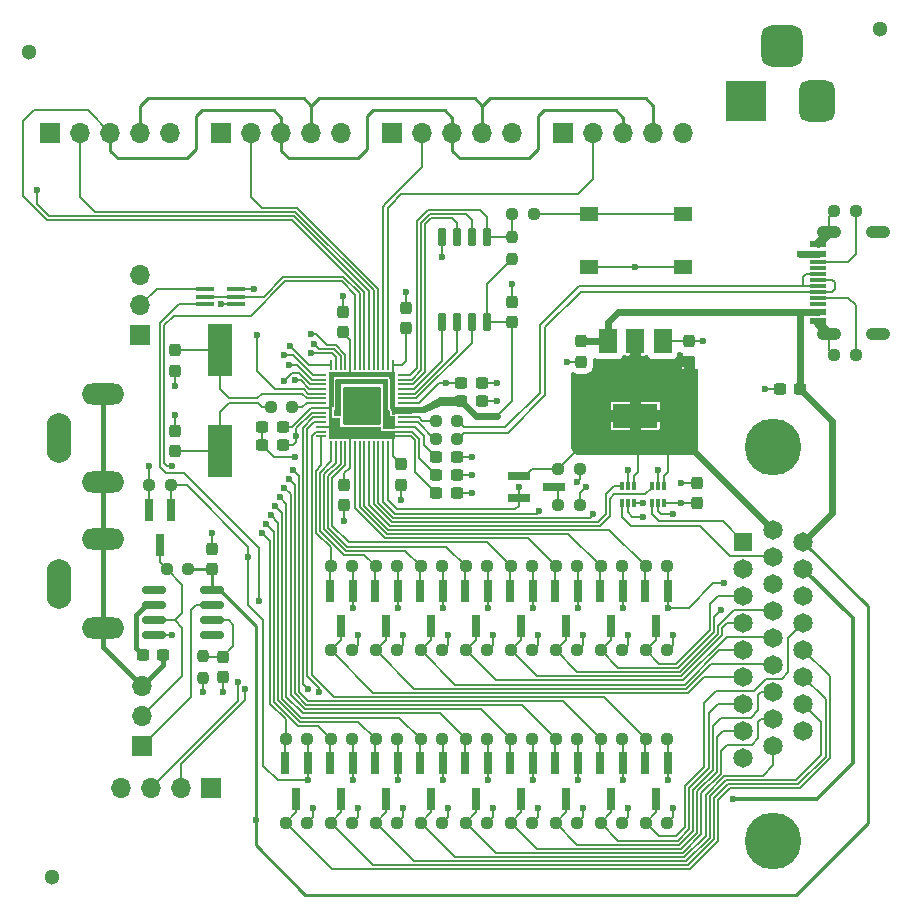
<source format=gbr>
%TF.GenerationSoftware,KiCad,Pcbnew,6.0.2+dfsg-1*%
%TF.CreationDate,2022-09-06T16:13:56-05:00*%
%TF.ProjectId,veritas,76657269-7461-4732-9e6b-696361645f70,rev?*%
%TF.SameCoordinates,Original*%
%TF.FileFunction,Copper,L1,Top*%
%TF.FilePolarity,Positive*%
%FSLAX46Y46*%
G04 Gerber Fmt 4.6, Leading zero omitted, Abs format (unit mm)*
G04 Created by KiCad (PCBNEW 6.0.2+dfsg-1) date 2022-09-06 16:13:56*
%MOMM*%
%LPD*%
G01*
G04 APERTURE LIST*
G04 Aperture macros list*
%AMRoundRect*
0 Rectangle with rounded corners*
0 $1 Rounding radius*
0 $2 $3 $4 $5 $6 $7 $8 $9 X,Y pos of 4 corners*
0 Add a 4 corners polygon primitive as box body*
4,1,4,$2,$3,$4,$5,$6,$7,$8,$9,$2,$3,0*
0 Add four circle primitives for the rounded corners*
1,1,$1+$1,$2,$3*
1,1,$1+$1,$4,$5*
1,1,$1+$1,$6,$7*
1,1,$1+$1,$8,$9*
0 Add four rect primitives between the rounded corners*
20,1,$1+$1,$2,$3,$4,$5,0*
20,1,$1+$1,$4,$5,$6,$7,0*
20,1,$1+$1,$6,$7,$8,$9,0*
20,1,$1+$1,$8,$9,$2,$3,0*%
G04 Aperture macros list end*
%TA.AperFunction,ComponentPad*%
%ADD10R,1.700000X1.700000*%
%TD*%
%TA.AperFunction,ComponentPad*%
%ADD11O,1.700000X1.700000*%
%TD*%
%TA.AperFunction,SMDPad,CuDef*%
%ADD12R,0.340000X0.700000*%
%TD*%
%TA.AperFunction,SMDPad,CuDef*%
%ADD13RoundRect,0.237500X-0.250000X-0.237500X0.250000X-0.237500X0.250000X0.237500X-0.250000X0.237500X0*%
%TD*%
%TA.AperFunction,SMDPad,CuDef*%
%ADD14RoundRect,0.237500X0.250000X0.237500X-0.250000X0.237500X-0.250000X-0.237500X0.250000X-0.237500X0*%
%TD*%
%TA.AperFunction,SMDPad,CuDef*%
%ADD15R,0.800000X1.900000*%
%TD*%
%TA.AperFunction,SMDPad,CuDef*%
%ADD16R,1.900000X0.800000*%
%TD*%
%TA.AperFunction,ComponentPad*%
%ADD17O,3.600000X1.800000*%
%TD*%
%TA.AperFunction,ComponentPad*%
%ADD18O,2.100000X4.200000*%
%TD*%
%TA.AperFunction,SMDPad,CuDef*%
%ADD19RoundRect,0.237500X0.300000X0.237500X-0.300000X0.237500X-0.300000X-0.237500X0.300000X-0.237500X0*%
%TD*%
%TA.AperFunction,SMDPad,CuDef*%
%ADD20RoundRect,0.237500X0.237500X-0.300000X0.237500X0.300000X-0.237500X0.300000X-0.237500X-0.300000X0*%
%TD*%
%TA.AperFunction,ComponentPad*%
%ADD21C,1.650000*%
%TD*%
%TA.AperFunction,ComponentPad*%
%ADD22R,1.650000X1.650000*%
%TD*%
%TA.AperFunction,ComponentPad*%
%ADD23C,4.800000*%
%TD*%
%TA.AperFunction,SMDPad,CuDef*%
%ADD24RoundRect,0.237500X-0.237500X0.250000X-0.237500X-0.250000X0.237500X-0.250000X0.237500X0.250000X0*%
%TD*%
%TA.AperFunction,WasherPad*%
%ADD25C,1.300000*%
%TD*%
%TA.AperFunction,SMDPad,CuDef*%
%ADD26RoundRect,0.237500X-0.237500X0.300000X-0.237500X-0.300000X0.237500X-0.300000X0.237500X0.300000X0*%
%TD*%
%TA.AperFunction,SMDPad,CuDef*%
%ADD27RoundRect,0.237500X-0.300000X-0.237500X0.300000X-0.237500X0.300000X0.237500X-0.300000X0.237500X0*%
%TD*%
%TA.AperFunction,SMDPad,CuDef*%
%ADD28R,1.550000X1.300000*%
%TD*%
%TA.AperFunction,SMDPad,CuDef*%
%ADD29RoundRect,0.150000X-0.150000X0.650000X-0.150000X-0.650000X0.150000X-0.650000X0.150000X0.650000X0*%
%TD*%
%TA.AperFunction,ComponentPad*%
%ADD30O,2.100000X1.050000*%
%TD*%
%TA.AperFunction,SMDPad,CuDef*%
%ADD31R,1.450000X0.600000*%
%TD*%
%TA.AperFunction,SMDPad,CuDef*%
%ADD32R,1.450000X0.300000*%
%TD*%
%TA.AperFunction,SMDPad,CuDef*%
%ADD33RoundRect,0.150000X-0.825000X-0.150000X0.825000X-0.150000X0.825000X0.150000X-0.825000X0.150000X0*%
%TD*%
%TA.AperFunction,SMDPad,CuDef*%
%ADD34R,1.500000X2.000000*%
%TD*%
%TA.AperFunction,SMDPad,CuDef*%
%ADD35R,3.800000X2.000000*%
%TD*%
%TA.AperFunction,ComponentPad*%
%ADD36R,3.500000X3.500000*%
%TD*%
%TA.AperFunction,ComponentPad*%
%ADD37RoundRect,0.750000X0.750000X1.000000X-0.750000X1.000000X-0.750000X-1.000000X0.750000X-1.000000X0*%
%TD*%
%TA.AperFunction,ComponentPad*%
%ADD38RoundRect,0.875000X0.875000X0.875000X-0.875000X0.875000X-0.875000X-0.875000X0.875000X-0.875000X0*%
%TD*%
%TA.AperFunction,SMDPad,CuDef*%
%ADD39R,2.000000X4.500000*%
%TD*%
%TA.AperFunction,SMDPad,CuDef*%
%ADD40R,1.500000X0.400000*%
%TD*%
%TA.AperFunction,SMDPad,CuDef*%
%ADD41RoundRect,0.050000X-0.050000X0.387500X-0.050000X-0.387500X0.050000X-0.387500X0.050000X0.387500X0*%
%TD*%
%TA.AperFunction,SMDPad,CuDef*%
%ADD42RoundRect,0.050000X-0.387500X0.050000X-0.387500X-0.050000X0.387500X-0.050000X0.387500X0.050000X0*%
%TD*%
%TA.AperFunction,ComponentPad*%
%ADD43C,0.600000*%
%TD*%
%TA.AperFunction,SMDPad,CuDef*%
%ADD44RoundRect,0.144000X-1.456000X1.456000X-1.456000X-1.456000X1.456000X-1.456000X1.456000X1.456000X0*%
%TD*%
%TA.AperFunction,ViaPad*%
%ADD45C,0.600000*%
%TD*%
%TA.AperFunction,Conductor*%
%ADD46C,0.200000*%
%TD*%
%TA.AperFunction,Conductor*%
%ADD47C,0.250000*%
%TD*%
%TA.AperFunction,Conductor*%
%ADD48C,0.300000*%
%TD*%
%TA.AperFunction,Conductor*%
%ADD49C,0.400000*%
%TD*%
%TA.AperFunction,Conductor*%
%ADD50C,0.600000*%
%TD*%
%TA.AperFunction,Conductor*%
%ADD51C,0.800000*%
%TD*%
G04 APERTURE END LIST*
D10*
%TO.P,J12,1,Pin_1*%
%TO.N,Net-(J12-Pad1)*%
X13462000Y7493000D03*
D11*
%TO.P,J12,2,Pin_2*%
%TO.N,SWCLK*%
X10922000Y7493000D03*
%TO.P,J12,3,Pin_3*%
%TO.N,SWD*%
X8382000Y7493000D03*
%TO.P,J12,4,Pin_4*%
%TO.N,GND*%
X5842000Y7493000D03*
%TD*%
D12*
%TO.P,U6,1,VCCA*%
%TO.N,+3V3*%
X49268000Y33135000D03*
%TO.P,U6,2,GND*%
%TO.N,GND*%
X48768000Y33135000D03*
%TO.P,U6,3,A*%
%TO.N,CNT_18*%
X48268000Y33135000D03*
%TO.P,U6,4,B*%
%TO.N,CP_11*%
X48268000Y31635000D03*
%TO.P,U6,5,DIR*%
%TO.N,CNT_18_DIR*%
X48768000Y31635000D03*
%TO.P,U6,6,VCCB*%
%TO.N,SYSTEM_PWR*%
X49268000Y31635000D03*
%TD*%
%TO.P,U5,1,VCCA*%
%TO.N,+3V3*%
X51808000Y33135000D03*
%TO.P,U5,2,GND*%
%TO.N,GND*%
X51308000Y33135000D03*
%TO.P,U5,3,A*%
%TO.N,CNT_17*%
X50808000Y33135000D03*
%TO.P,U5,4,B*%
%TO.N,CP_1*%
X50808000Y31635000D03*
%TO.P,U5,5,DIR*%
%TO.N,CNT_17_DIR*%
X51308000Y31635000D03*
%TO.P,U5,6,VCCB*%
%TO.N,SYSTEM_PWR*%
X51808000Y31635000D03*
%TD*%
D13*
%TO.P,R46,2*%
%TO.N,VBUS*%
X11557000Y26035000D03*
%TO.P,R46,1*%
%TO.N,ALT_CLK_B*%
X9732000Y26035000D03*
%TD*%
%TO.P,R44,1*%
%TO.N,CP_25*%
X27408500Y4572000D03*
%TO.P,R44,2*%
%TO.N,SYSTEM_PWR*%
X29233500Y4572000D03*
%TD*%
%TO.P,R43,2*%
%TO.N,SYSTEM_PWR*%
X29233500Y19177000D03*
%TO.P,R43,1*%
%TO.N,CP_15*%
X27408500Y19177000D03*
%TD*%
%TO.P,R42,1*%
%TO.N,CNT_2*%
X27408500Y11684000D03*
%TO.P,R42,2*%
%TO.N,+3V3*%
X29233500Y11684000D03*
%TD*%
%TO.P,R41,1*%
%TO.N,CNT_10*%
X27408500Y26289000D03*
%TO.P,R41,2*%
%TO.N,+3V3*%
X29233500Y26289000D03*
%TD*%
%TO.P,R40,1*%
%TO.N,CP_18*%
X31218500Y4572000D03*
%TO.P,R40,2*%
%TO.N,SYSTEM_PWR*%
X33043500Y4572000D03*
%TD*%
%TO.P,R39,2*%
%TO.N,SYSTEM_PWR*%
X33043500Y19177000D03*
%TO.P,R39,1*%
%TO.N,CP_5*%
X31218500Y19177000D03*
%TD*%
%TO.P,R38,1*%
%TO.N,CNT_3*%
X31218500Y11684000D03*
%TO.P,R38,2*%
%TO.N,+3V3*%
X33043500Y11684000D03*
%TD*%
%TO.P,R37,1*%
%TO.N,CNT_11*%
X31218500Y26289000D03*
%TO.P,R37,2*%
%TO.N,+3V3*%
X33043500Y26289000D03*
%TD*%
%TO.P,R36,1*%
%TO.N,CP_17*%
X35028500Y4572000D03*
%TO.P,R36,2*%
%TO.N,SYSTEM_PWR*%
X36853500Y4572000D03*
%TD*%
%TO.P,R35,2*%
%TO.N,SYSTEM_PWR*%
X36853500Y19177000D03*
%TO.P,R35,1*%
%TO.N,CP_14*%
X35028500Y19177000D03*
%TD*%
%TO.P,R34,1*%
%TO.N,CNT_4*%
X35028500Y11684000D03*
%TO.P,R34,2*%
%TO.N,+3V3*%
X36853500Y11684000D03*
%TD*%
%TO.P,R33,1*%
%TO.N,CNT_12*%
X35028500Y26289000D03*
%TO.P,R33,2*%
%TO.N,+3V3*%
X36853500Y26289000D03*
%TD*%
%TO.P,R32,1*%
%TO.N,CP_8*%
X38838500Y4572000D03*
%TO.P,R32,2*%
%TO.N,SYSTEM_PWR*%
X40663500Y4572000D03*
%TD*%
%TO.P,R31,2*%
%TO.N,SYSTEM_PWR*%
X40663500Y19177000D03*
%TO.P,R31,1*%
%TO.N,CP_4*%
X38838500Y19177000D03*
%TD*%
%TO.P,R30,1*%
%TO.N,CNT_5*%
X38838500Y11684000D03*
%TO.P,R30,2*%
%TO.N,+3V3*%
X40663500Y11684000D03*
%TD*%
%TO.P,R29,1*%
%TO.N,CNT_13*%
X38838500Y26289000D03*
%TO.P,R29,2*%
%TO.N,+3V3*%
X40663500Y26289000D03*
%TD*%
%TO.P,R28,1*%
%TO.N,CP_16*%
X42648500Y4572000D03*
%TO.P,R28,2*%
%TO.N,SYSTEM_PWR*%
X44473500Y4572000D03*
%TD*%
%TO.P,R27,2*%
%TO.N,SYSTEM_PWR*%
X44473500Y19177000D03*
%TO.P,R27,1*%
%TO.N,CP_13*%
X42648500Y19177000D03*
%TD*%
%TO.P,R26,1*%
%TO.N,CNT_6*%
X42648500Y11684000D03*
%TO.P,R26,2*%
%TO.N,+3V3*%
X44473500Y11684000D03*
%TD*%
%TO.P,R25,1*%
%TO.N,CNT_14*%
X42648500Y26289000D03*
%TO.P,R25,2*%
%TO.N,+3V3*%
X44473500Y26289000D03*
%TD*%
%TO.P,R24,1*%
%TO.N,CP_7*%
X46458500Y4572000D03*
%TO.P,R24,2*%
%TO.N,SYSTEM_PWR*%
X48283500Y4572000D03*
%TD*%
%TO.P,R23,2*%
%TO.N,SYSTEM_PWR*%
X48283500Y19177000D03*
%TO.P,R23,1*%
%TO.N,CP_21*%
X46458500Y19177000D03*
%TD*%
%TO.P,R21,1*%
%TO.N,CNT_7*%
X46458500Y11684000D03*
%TO.P,R21,2*%
%TO.N,+3V3*%
X48283500Y11684000D03*
%TD*%
%TO.P,R20,1*%
%TO.N,CNT_15*%
X46458500Y26289000D03*
%TO.P,R20,2*%
%TO.N,+3V3*%
X48283500Y26289000D03*
%TD*%
%TO.P,R19,1*%
%TO.N,CP_23*%
X19788500Y4572000D03*
%TO.P,R19,2*%
%TO.N,SYSTEM_PWR*%
X21613500Y4572000D03*
%TD*%
%TO.P,R18,1*%
%TO.N,CP_22*%
X50268500Y4572000D03*
%TO.P,R18,2*%
%TO.N,SYSTEM_PWR*%
X52093500Y4572000D03*
%TD*%
%TO.P,R17,1*%
%TO.N,CP_3*%
X50268500Y19177000D03*
%TO.P,R17,2*%
%TO.N,SYSTEM_PWR*%
X52093500Y19177000D03*
%TD*%
%TO.P,R16,1*%
%TO.N,CNT_0*%
X19788500Y11684000D03*
%TO.P,R16,2*%
%TO.N,+3V3*%
X21613500Y11684000D03*
%TD*%
%TO.P,R15,1*%
%TO.N,CNT_8*%
X50268500Y11684000D03*
%TO.P,R15,2*%
%TO.N,+3V3*%
X52093500Y11684000D03*
%TD*%
%TO.P,R14,2*%
%TO.N,+3V3*%
X52093500Y26289000D03*
%TO.P,R14,1*%
%TO.N,CNT_16*%
X50268500Y26289000D03*
%TD*%
%TO.P,R13,1*%
%TO.N,CP_24*%
X23598500Y4572000D03*
%TO.P,R13,2*%
%TO.N,SYSTEM_PWR*%
X25423500Y4572000D03*
%TD*%
%TO.P,R12,2*%
%TO.N,SYSTEM_PWR*%
X25423500Y19177000D03*
%TO.P,R12,1*%
%TO.N,CP_6*%
X23598500Y19177000D03*
%TD*%
%TO.P,R11,2*%
%TO.N,SYSTEM_PWR*%
X44704000Y31496000D03*
%TO.P,R11,1*%
%TO.N,Net-(Q2-Pad3)*%
X42879000Y31496000D03*
%TD*%
%TO.P,R10,1*%
%TO.N,CNT_1*%
X23598500Y11684000D03*
%TO.P,R10,2*%
%TO.N,+3V3*%
X25423500Y11684000D03*
%TD*%
%TO.P,R9,1*%
%TO.N,CNT_9*%
X23598500Y26289000D03*
%TO.P,R9,2*%
%TO.N,+3V3*%
X25423500Y26289000D03*
%TD*%
D14*
%TO.P,R8,2*%
%TO.N,+3V3*%
X42879000Y34544000D03*
%TO.P,R8,1*%
%TO.N,DETECT*%
X44704000Y34544000D03*
%TD*%
D15*
%TO.P,Q19,3,D*%
%TO.N,CP_25*%
X28321000Y6604000D03*
%TO.P,Q19,2,S*%
%TO.N,CNT_2*%
X27371000Y9604000D03*
%TO.P,Q19,1,G*%
%TO.N,+3V3*%
X29271000Y9604000D03*
%TD*%
%TO.P,Q18,1,G*%
%TO.N,+3V3*%
X29271000Y24209000D03*
%TO.P,Q18,2,S*%
%TO.N,CNT_10*%
X27371000Y24209000D03*
%TO.P,Q18,3,D*%
%TO.N,CP_15*%
X28321000Y21209000D03*
%TD*%
%TO.P,Q17,3,D*%
%TO.N,CP_18*%
X32131000Y6604000D03*
%TO.P,Q17,2,S*%
%TO.N,CNT_3*%
X31181000Y9604000D03*
%TO.P,Q17,1,G*%
%TO.N,+3V3*%
X33081000Y9604000D03*
%TD*%
%TO.P,Q16,1,G*%
%TO.N,+3V3*%
X33081000Y24209000D03*
%TO.P,Q16,2,S*%
%TO.N,CNT_11*%
X31181000Y24209000D03*
%TO.P,Q16,3,D*%
%TO.N,CP_5*%
X32131000Y21209000D03*
%TD*%
%TO.P,Q15,3,D*%
%TO.N,CP_17*%
X35941000Y6604000D03*
%TO.P,Q15,2,S*%
%TO.N,CNT_4*%
X34991000Y9604000D03*
%TO.P,Q15,1,G*%
%TO.N,+3V3*%
X36891000Y9604000D03*
%TD*%
%TO.P,Q14,1,G*%
%TO.N,+3V3*%
X36891000Y24209000D03*
%TO.P,Q14,2,S*%
%TO.N,CNT_12*%
X34991000Y24209000D03*
%TO.P,Q14,3,D*%
%TO.N,CP_14*%
X35941000Y21209000D03*
%TD*%
%TO.P,Q13,1,G*%
%TO.N,+3V3*%
X40701000Y9604000D03*
%TO.P,Q13,2,S*%
%TO.N,CNT_5*%
X38801000Y9604000D03*
%TO.P,Q13,3,D*%
%TO.N,CP_8*%
X39751000Y6604000D03*
%TD*%
%TO.P,Q12,1,G*%
%TO.N,+3V3*%
X40701000Y24209000D03*
%TO.P,Q12,2,S*%
%TO.N,CNT_13*%
X38801000Y24209000D03*
%TO.P,Q12,3,D*%
%TO.N,CP_4*%
X39751000Y21209000D03*
%TD*%
%TO.P,Q11,1,G*%
%TO.N,+3V3*%
X44511000Y9604000D03*
%TO.P,Q11,2,S*%
%TO.N,CNT_6*%
X42611000Y9604000D03*
%TO.P,Q11,3,D*%
%TO.N,CP_16*%
X43561000Y6604000D03*
%TD*%
%TO.P,Q10,3,D*%
%TO.N,CP_13*%
X43561000Y21209000D03*
%TO.P,Q10,2,S*%
%TO.N,CNT_14*%
X42611000Y24209000D03*
%TO.P,Q10,1,G*%
%TO.N,+3V3*%
X44511000Y24209000D03*
%TD*%
%TO.P,Q9,1,G*%
%TO.N,+3V3*%
X48321000Y9604000D03*
%TO.P,Q9,2,S*%
%TO.N,CNT_7*%
X46421000Y9604000D03*
%TO.P,Q9,3,D*%
%TO.N,CP_7*%
X47371000Y6604000D03*
%TD*%
%TO.P,Q8,3,D*%
%TO.N,CP_21*%
X47371000Y21209000D03*
%TO.P,Q8,2,S*%
%TO.N,CNT_15*%
X46421000Y24209000D03*
%TO.P,Q8,1,G*%
%TO.N,+3V3*%
X48321000Y24209000D03*
%TD*%
%TO.P,Q7,3,D*%
%TO.N,CP_23*%
X20701000Y6604000D03*
%TO.P,Q7,2,S*%
%TO.N,CNT_0*%
X19751000Y9604000D03*
%TO.P,Q7,1,G*%
%TO.N,+3V3*%
X21651000Y9604000D03*
%TD*%
%TO.P,Q6,3,D*%
%TO.N,CP_22*%
X51181000Y6604000D03*
%TO.P,Q6,2,S*%
%TO.N,CNT_8*%
X50231000Y9604000D03*
%TO.P,Q6,1,G*%
%TO.N,+3V3*%
X52131000Y9604000D03*
%TD*%
%TO.P,Q5,1,G*%
%TO.N,+3V3*%
X52131000Y24209000D03*
%TO.P,Q5,2,S*%
%TO.N,CNT_16*%
X50231000Y24209000D03*
%TO.P,Q5,3,D*%
%TO.N,CP_3*%
X51181000Y21209000D03*
%TD*%
%TO.P,Q4,3,D*%
%TO.N,CP_24*%
X24511000Y6604000D03*
%TO.P,Q4,2,S*%
%TO.N,CNT_1*%
X23561000Y9604000D03*
%TO.P,Q4,1,G*%
%TO.N,+3V3*%
X25461000Y9604000D03*
%TD*%
%TO.P,Q3,3,D*%
%TO.N,CP_6*%
X24511000Y21209000D03*
%TO.P,Q3,2,S*%
%TO.N,CNT_9*%
X23561000Y24209000D03*
%TO.P,Q3,1,G*%
%TO.N,+3V3*%
X25461000Y24209000D03*
%TD*%
D16*
%TO.P,Q2,3,D*%
%TO.N,Net-(Q2-Pad3)*%
X42521000Y33020000D03*
%TO.P,Q2,2,S*%
%TO.N,DETECT*%
X39521000Y32070000D03*
%TO.P,Q2,1,G*%
%TO.N,+3V3*%
X39521000Y33970000D03*
%TD*%
D10*
%TO.P,J5,1,Pin_1*%
%TO.N,/LED_5V*%
X-127000Y62992000D03*
D11*
%TO.P,J5,2,Pin_2*%
%TO.N,DISPLAY_STROBE3*%
X2413000Y62992000D03*
%TO.P,J5,3,Pin_3*%
%TO.N,DISPLAY_CLK*%
X4953000Y62992000D03*
%TO.P,J5,4,Pin_4*%
%TO.N,DISPLAY_SER*%
X7493000Y62992000D03*
%TO.P,J5,5,Pin_5*%
%TO.N,GND*%
X10033000Y62992000D03*
%TD*%
D13*
%TO.P,R7,2*%
%TO.N,Net-(J7-PadB5)*%
X68083000Y56364999D03*
%TO.P,R7,1*%
%TO.N,GND*%
X66258000Y56364999D03*
%TD*%
D10*
%TO.P,J10,1,Pin_1*%
%TO.N,OEOUT*%
X7620000Y11049000D03*
D11*
%TO.P,J10,2,Pin_2*%
%TO.N,ALT_CLK_B*%
X7620000Y13589000D03*
%TO.P,J10,3,Pin_3*%
%TO.N,/CVIN*%
X7620000Y16129000D03*
%TD*%
D17*
%TO.P,J9,1,In*%
%TO.N,/CVIN*%
X4318000Y28575000D03*
X4318000Y21075000D03*
D18*
%TO.P,J9,2,Ext*%
%TO.N,GND*%
X618000Y24825000D03*
%TD*%
D19*
%TO.P,C2,1*%
%TO.N,+1V1*%
X19531500Y36576000D03*
%TO.P,C2,2*%
%TO.N,GND*%
X17806500Y36576000D03*
%TD*%
D15*
%TO.P,Q20,1,G*%
%TO.N,+3V3*%
X10094000Y31067000D03*
%TO.P,Q20,2,S*%
%TO.N,ALT_CLK_A*%
X8194000Y31067000D03*
%TO.P,Q20,3,D*%
%TO.N,ALT_CLK_B*%
X9144000Y28067000D03*
%TD*%
D20*
%TO.P,C19,1*%
%TO.N,GND*%
X14478000Y16917500D03*
%TO.P,C19,2*%
%TO.N,Net-(C19-Pad2)*%
X14478000Y18642500D03*
%TD*%
D10*
%TO.P,J2,1,Pin_1*%
%TO.N,/LED_5V*%
X43307000Y62992000D03*
D11*
%TO.P,J2,2,Pin_2*%
%TO.N,DISPLAY_STROBE0*%
X45847000Y62992000D03*
%TO.P,J2,3,Pin_3*%
%TO.N,DISPLAY_CLK*%
X48387000Y62992000D03*
%TO.P,J2,4,Pin_4*%
%TO.N,DISPLAY_SER*%
X50927000Y62992000D03*
%TO.P,J2,5,Pin_5*%
%TO.N,GND*%
X53467000Y62992000D03*
%TD*%
D19*
%TO.P,C20,1*%
%TO.N,VBUS*%
X63373000Y41275000D03*
%TO.P,C20,2*%
%TO.N,GND*%
X61648000Y41275000D03*
%TD*%
D13*
%TO.P,R45,1*%
%TO.N,ALT_CLK_A*%
X8231500Y33147000D03*
%TO.P,R45,2*%
%TO.N,+3V3*%
X10056500Y33147000D03*
%TD*%
D21*
%TO.P,J11,26*%
%TO.N,GND*%
X63627000Y12328000D03*
%TO.P,J11,25*%
%TO.N,CP_25*%
X63627000Y14618000D03*
%TO.P,J11,24*%
%TO.N,CP_24*%
X63627000Y16908000D03*
%TO.P,J11,23*%
%TO.N,CP_23*%
X63627000Y19198000D03*
%TO.P,J11,22*%
%TO.N,CP_22*%
X63627000Y21488000D03*
%TO.P,J11,21*%
%TO.N,CP_21*%
X63627000Y23778000D03*
%TO.P,J11,20*%
%TO.N,SYSTEM_PWR*%
X63627000Y26068000D03*
%TO.P,J11,19*%
%TO.N,VBUS*%
X63627000Y28358000D03*
%TO.P,J11,18*%
%TO.N,CP_18*%
X61087000Y11058000D03*
%TO.P,J11,17*%
%TO.N,CP_17*%
X61087000Y13348000D03*
%TO.P,J11,16*%
%TO.N,CP_16*%
X61087000Y15638000D03*
%TO.P,J11,15*%
%TO.N,CP_15*%
X61087000Y17928000D03*
%TO.P,J11,14*%
%TO.N,CP_14*%
X61087000Y20218000D03*
%TO.P,J11,13*%
%TO.N,CP_13*%
X61087000Y22508000D03*
%TO.P,J11,12*%
%TO.N,CP_12*%
X61087000Y24798000D03*
%TO.P,J11,11*%
%TO.N,CP_11*%
X61087000Y27088000D03*
%TO.P,J11,10*%
%TO.N,+3V3*%
X61087000Y29378000D03*
%TO.P,J11,9*%
%TO.N,GND*%
X58547000Y10038000D03*
%TO.P,J11,8*%
%TO.N,CP_8*%
X58547000Y12328000D03*
%TO.P,J11,7*%
%TO.N,CP_7*%
X58547000Y14618000D03*
%TO.P,J11,6*%
%TO.N,CP_6*%
X58547000Y16908000D03*
%TO.P,J11,5*%
%TO.N,CP_5*%
X58547000Y19198000D03*
%TO.P,J11,4*%
%TO.N,CP_4*%
X58547000Y21488000D03*
%TO.P,J11,3*%
%TO.N,CP_3*%
X58547000Y23778000D03*
%TO.P,J11,2*%
%TO.N,CP_2*%
X58547000Y26068000D03*
D22*
%TO.P,J11,1*%
%TO.N,CP_1*%
X58547000Y28358000D03*
D23*
%TO.P,J11,0*%
%TO.N,GND*%
X61087000Y36368000D03*
X61087000Y3048000D03*
%TD*%
D24*
%TO.P,R22,1*%
%TO.N,Net-(C19-Pad2)*%
X12827000Y18669000D03*
%TO.P,R22,2*%
%TO.N,GND*%
X12827000Y16844000D03*
%TD*%
%TO.P,R2,1*%
%TO.N,~{QSPI_CS}*%
X38989000Y54149000D03*
%TO.P,R2,2*%
%TO.N,+3V3*%
X38989000Y52324000D03*
%TD*%
D25*
%TO.P,REF\u002A\u002A,*%
%TO.N,*%
X70104000Y71755000D03*
%TD*%
D26*
%TO.P,C10,2*%
%TO.N,GND*%
X44831000Y43614000D03*
%TO.P,C10,1*%
%TO.N,VBUS*%
X44831000Y45339000D03*
%TD*%
D20*
%TO.P,C13,1*%
%TO.N,GND*%
X10414000Y42852000D03*
%TO.P,C13,2*%
%TO.N,Net-(C13-Pad2)*%
X10414000Y44577000D03*
%TD*%
D27*
%TO.P,C4,1*%
%TO.N,+1V1*%
X32538500Y35560000D03*
%TO.P,C4,2*%
%TO.N,GND*%
X34263500Y35560000D03*
%TD*%
D25*
%TO.P,REF\u002A\u002A,*%
%TO.N,*%
X-1905000Y69850000D03*
%TD*%
D28*
%TO.P,SW1,2,2*%
%TO.N,Net-(R1-Pad1)*%
X53426000Y56134000D03*
X45466000Y56134000D03*
%TO.P,SW1,1,1*%
%TO.N,GND*%
X53426000Y51634000D03*
X45466000Y51634000D03*
%TD*%
D13*
%TO.P,R3,1*%
%TO.N,Net-(C14-Pad2)*%
X18542000Y39751000D03*
%TO.P,R3,2*%
%TO.N,Net-(R3-Pad2)*%
X20367000Y39751000D03*
%TD*%
D29*
%TO.P,U1,1,~{CS}*%
%TO.N,~{QSPI_CS}*%
X36830000Y54190000D03*
%TO.P,U1,2,DO(IO1)*%
%TO.N,QSPI_IO1*%
X35560000Y54190000D03*
%TO.P,U1,3,IO2*%
%TO.N,QSPI_IO2*%
X34290000Y54190000D03*
%TO.P,U1,4,GND*%
%TO.N,GND*%
X33020000Y54190000D03*
%TO.P,U1,5,DI(IO0)*%
%TO.N,QSPI_IO0*%
X33020000Y46990000D03*
%TO.P,U1,6,CLK*%
%TO.N,QSPI_CLK*%
X34290000Y46990000D03*
%TO.P,U1,7,IO3*%
%TO.N,QSPI_IO3*%
X35560000Y46990000D03*
%TO.P,U1,8,VCC*%
%TO.N,+3V3*%
X36830000Y46990000D03*
%TD*%
D19*
%TO.P,C15,1*%
%TO.N,GND*%
X36396000Y41783000D03*
%TO.P,C15,2*%
%TO.N,+1V1*%
X34671000Y41783000D03*
%TD*%
D25*
%TO.P,REF\u002A\u002A,*%
%TO.N,*%
X0Y0D03*
%TD*%
D17*
%TO.P,J8,1,In*%
%TO.N,/CVIN*%
X4318000Y33401000D03*
X4318000Y40901000D03*
D18*
%TO.P,J8,2,Ext*%
%TO.N,GND*%
X618000Y37151000D03*
%TD*%
D20*
%TO.P,C11,1*%
%TO.N,+3V3*%
X38989000Y46990000D03*
%TO.P,C11,2*%
%TO.N,GND*%
X38989000Y48715000D03*
%TD*%
D30*
%TO.P,J7,S1,SHIELD*%
%TO.N,GND*%
X65797000Y45974000D03*
X69977000Y54614000D03*
X65797000Y54614000D03*
X69977000Y45974000D03*
D31*
%TO.P,J7,B12,GND*%
X64882000Y47044000D03*
%TO.P,J7,B9,VBUS*%
%TO.N,VBUS*%
X64882000Y47844000D03*
D32*
%TO.P,J7,B8,SBU2*%
%TO.N,unconnected-(J7-PadB8)*%
X64882000Y48544000D03*
%TO.P,J7,B7,D-*%
%TO.N,/D-*%
X64882000Y49544000D03*
%TO.P,J7,B6,D+*%
%TO.N,/D+*%
X64882000Y51044000D03*
%TO.P,J7,B5,CC2*%
%TO.N,Net-(J7-PadB5)*%
X64882000Y52044000D03*
D31*
%TO.P,J7,B4,VBUS*%
%TO.N,VBUS*%
X64882000Y52744000D03*
%TO.P,J7,B1,GND*%
%TO.N,GND*%
X64882000Y53544000D03*
%TO.P,J7,A12,GND*%
X64882000Y53544000D03*
%TO.P,J7,A9,VBUS*%
%TO.N,VBUS*%
X64882000Y52744000D03*
D32*
%TO.P,J7,A8,SBU1*%
%TO.N,unconnected-(J7-PadA8)*%
X64882000Y51544000D03*
%TO.P,J7,A7,D-*%
%TO.N,/D-*%
X64882000Y50544000D03*
%TO.P,J7,A6,D+*%
%TO.N,/D+*%
X64882000Y50044000D03*
%TO.P,J7,A5,CC1*%
%TO.N,Net-(J7-PadA5)*%
X64882000Y49044000D03*
D31*
%TO.P,J7,A4,VBUS*%
%TO.N,VBUS*%
X64882000Y47844000D03*
%TO.P,J7,A1,GND*%
%TO.N,GND*%
X64882000Y47044000D03*
%TD*%
D27*
%TO.P,C17,1*%
%TO.N,Net-(C17-Pad1)*%
X7673000Y18796000D03*
%TO.P,C17,2*%
%TO.N,/CVIN*%
X9398000Y18796000D03*
%TD*%
D19*
%TO.P,C16,1*%
%TO.N,GND*%
X36396000Y40259000D03*
%TO.P,C16,2*%
%TO.N,+3V3*%
X34671000Y40259000D03*
%TD*%
D26*
%TO.P,C3,1*%
%TO.N,+3V3*%
X29591000Y34925000D03*
%TO.P,C3,2*%
%TO.N,GND*%
X29591000Y33200000D03*
%TD*%
D14*
%TO.P,R1,1*%
%TO.N,Net-(R1-Pad1)*%
X40814000Y56134000D03*
%TO.P,R1,2*%
%TO.N,~{QSPI_CS}*%
X38989000Y56134000D03*
%TD*%
D13*
%TO.P,R5,1*%
%TO.N,/RD+*%
X32512000Y38608000D03*
%TO.P,R5,2*%
%TO.N,/D+*%
X34337000Y38608000D03*
%TD*%
D10*
%TO.P,J4,1,Pin_1*%
%TO.N,/LED_5V*%
X14351000Y62992000D03*
D11*
%TO.P,J4,2,Pin_2*%
%TO.N,DISPLAY_STROBE2*%
X16891000Y62992000D03*
%TO.P,J4,3,Pin_3*%
%TO.N,DISPLAY_CLK*%
X19431000Y62992000D03*
%TO.P,J4,4,Pin_4*%
%TO.N,DISPLAY_SER*%
X21971000Y62992000D03*
%TO.P,J4,5,Pin_5*%
%TO.N,GND*%
X24511000Y62992000D03*
%TD*%
D27*
%TO.P,C8,1*%
%TO.N,+3V3*%
X32538500Y32512000D03*
%TO.P,C8,2*%
%TO.N,GND*%
X34263500Y32512000D03*
%TD*%
D10*
%TO.P,J6,1,Pin_1*%
%TO.N,GND*%
X7493000Y45847000D03*
D11*
%TO.P,J6,2,Pin_2*%
%TO.N,/RESET_LO*%
X7493000Y48387000D03*
%TO.P,J6,3,Pin_3*%
%TO.N,/RESET_HI*%
X7493000Y50927000D03*
%TD*%
D13*
%TO.P,R6,2*%
%TO.N,Net-(J7-PadA5)*%
X68083000Y44172999D03*
%TO.P,R6,1*%
%TO.N,GND*%
X66258000Y44172999D03*
%TD*%
D27*
%TO.P,C6,1*%
%TO.N,+3V3*%
X32538500Y34036000D03*
%TO.P,C6,2*%
%TO.N,GND*%
X34263500Y34036000D03*
%TD*%
D19*
%TO.P,C1,1*%
%TO.N,+3V3*%
X19531500Y38100000D03*
%TO.P,C1,2*%
%TO.N,GND*%
X17806500Y38100000D03*
%TD*%
D33*
%TO.P,U4,1,CSOUT*%
%TO.N,unconnected-(U4-Pad1)*%
X8636000Y24257000D03*
%TO.P,U4,2,CVIN*%
%TO.N,Net-(C17-Pad1)*%
X8636000Y22987000D03*
%TO.P,U4,3,VSOUT*%
%TO.N,ALT_CLK_B*%
X8636000Y21717000D03*
%TO.P,U4,4,GND*%
%TO.N,GND*%
X8636000Y20447000D03*
%TO.P,U4,5,BPOUT*%
%TO.N,unconnected-(U4-Pad5)*%
X13586000Y20447000D03*
%TO.P,U4,6,RSET*%
%TO.N,Net-(C19-Pad2)*%
X13586000Y21717000D03*
%TO.P,U4,7,OEOUT*%
%TO.N,OEOUT*%
X13586000Y22987000D03*
%TO.P,U4,8,VCC*%
%TO.N,VBUS*%
X13586000Y24257000D03*
%TD*%
D20*
%TO.P,C7,1*%
%TO.N,+3V3*%
X53975000Y43614000D03*
%TO.P,C7,2*%
%TO.N,GND*%
X53975000Y45339000D03*
%TD*%
D34*
%TO.P,U2,1,GND*%
%TO.N,GND*%
X51703000Y45339000D03*
%TO.P,U2,2,VO*%
%TO.N,+3V3*%
X49403000Y45339000D03*
D35*
X49403000Y39039000D03*
D34*
%TO.P,U2,3,VI*%
%TO.N,VBUS*%
X47103000Y45339000D03*
%TD*%
D10*
%TO.P,J3,1,Pin_1*%
%TO.N,/LED_5V*%
X28829000Y62992000D03*
D11*
%TO.P,J3,2,Pin_2*%
%TO.N,DISPLAY_STROBE1*%
X31369000Y62992000D03*
%TO.P,J3,3,Pin_3*%
%TO.N,DISPLAY_CLK*%
X33909000Y62992000D03*
%TO.P,J3,4,Pin_4*%
%TO.N,DISPLAY_SER*%
X36449000Y62992000D03*
%TO.P,J3,5,Pin_5*%
%TO.N,GND*%
X38989000Y62992000D03*
%TD*%
D36*
%TO.P,J1,1*%
%TO.N,/LED_5V*%
X58801000Y65659000D03*
D37*
%TO.P,J1,2*%
%TO.N,GND*%
X64801000Y65659000D03*
D38*
%TO.P,J1,3*%
X61801000Y70359000D03*
%TD*%
D26*
%TO.P,C14,1*%
%TO.N,GND*%
X10414000Y37793000D03*
%TO.P,C14,2*%
%TO.N,Net-(C14-Pad2)*%
X10414000Y36068000D03*
%TD*%
D13*
%TO.P,R4,1*%
%TO.N,/RD-*%
X32512000Y37084000D03*
%TO.P,R4,2*%
%TO.N,/D-*%
X34337000Y37084000D03*
%TD*%
D20*
%TO.P,C9,1*%
%TO.N,+3V3*%
X29972000Y46482000D03*
%TO.P,C9,2*%
%TO.N,GND*%
X29972000Y48207000D03*
%TD*%
D39*
%TO.P,Y1,1,1*%
%TO.N,Net-(C14-Pad2)*%
X14224000Y36077000D03*
%TO.P,Y1,2,2*%
%TO.N,Net-(C13-Pad2)*%
X14224000Y44577000D03*
%TD*%
D20*
%TO.P,C12,1*%
%TO.N,+3V3*%
X24638000Y46101000D03*
%TO.P,C12,2*%
%TO.N,GND*%
X24638000Y47826000D03*
%TD*%
D40*
%TO.P,Q1,1,E1*%
%TO.N,/RESET_HI*%
X15621000Y48484000D03*
%TO.P,Q1,2,B1*%
%TO.N,CON_RESET*%
X15621000Y49134000D03*
%TO.P,Q1,3,C2*%
%TO.N,GND*%
X15621000Y49784000D03*
%TO.P,Q1,4,E2*%
%TO.N,/RESET_LO*%
X12961000Y49784000D03*
%TO.P,Q1,5,B2*%
%TO.N,CON_RESET*%
X12961000Y49134000D03*
%TO.P,Q1,6,C1*%
%TO.N,SYSTEM_PWR*%
X12961000Y48484000D03*
%TD*%
D26*
%TO.P,C5,1*%
%TO.N,+3V3*%
X24765000Y33221000D03*
%TO.P,C5,2*%
%TO.N,GND*%
X24765000Y31496000D03*
%TD*%
%TO.P,C18,2*%
%TO.N,VBUS*%
X13589000Y26035000D03*
%TO.P,C18,1*%
%TO.N,GND*%
X13589000Y27760000D03*
%TD*%
D20*
%TO.P,C21,1*%
%TO.N,SYSTEM_PWR*%
X54610000Y31623000D03*
%TO.P,C21,2*%
%TO.N,GND*%
X54610000Y33348000D03*
%TD*%
D41*
%TO.P,U3,1,IOVDD*%
%TO.N,+3V3*%
X28849000Y43346500D03*
%TO.P,U3,2,GPIO0*%
%TO.N,DISPLAY_STROBE0*%
X28449000Y43346500D03*
%TO.P,U3,3,GPIO1*%
%TO.N,DISPLAY_STROBE1*%
X28049000Y43346500D03*
%TO.P,U3,4,GPIO2*%
%TO.N,DISPLAY_STROBE2*%
X27649000Y43346500D03*
%TO.P,U3,5,GPIO3*%
%TO.N,DISPLAY_STROBE3*%
X27249000Y43346500D03*
%TO.P,U3,6,GPIO4*%
%TO.N,DISPLAY_SER*%
X26849000Y43346500D03*
%TO.P,U3,7,GPIO5*%
%TO.N,DISPLAY_CLK*%
X26449000Y43346500D03*
%TO.P,U3,8,GPIO6*%
%TO.N,CON_RESET*%
X26049000Y43346500D03*
%TO.P,U3,9,GPIO7*%
%TO.N,ALT_CLK_A*%
X25649000Y43346500D03*
%TO.P,U3,10,IOVDD*%
%TO.N,+3V3*%
X25249000Y43346500D03*
%TO.P,U3,11,GPIO8*%
%TO.N,CNT_0*%
X24849000Y43346500D03*
%TO.P,U3,12,GPIO9*%
%TO.N,CNT_1*%
X24449000Y43346500D03*
%TO.P,U3,13,GPIO10*%
%TO.N,CNT_2*%
X24049000Y43346500D03*
%TO.P,U3,14,GPIO11*%
%TO.N,CNT_3*%
X23649000Y43346500D03*
D42*
%TO.P,U3,15,GPIO12*%
%TO.N,CNT_4*%
X22811500Y42509000D03*
%TO.P,U3,16,GPIO13*%
%TO.N,CNT_5*%
X22811500Y42109000D03*
%TO.P,U3,17,GPIO14*%
%TO.N,CNT_6*%
X22811500Y41709000D03*
%TO.P,U3,18,GPIO15*%
%TO.N,CNT_7*%
X22811500Y41309000D03*
%TO.P,U3,19,TESTEN*%
%TO.N,GND*%
X22811500Y40909000D03*
%TO.P,U3,20,XIN*%
%TO.N,Net-(C13-Pad2)*%
X22811500Y40509000D03*
%TO.P,U3,21,XOUT*%
%TO.N,Net-(R3-Pad2)*%
X22811500Y40109000D03*
%TO.P,U3,22,IOVDD*%
%TO.N,+3V3*%
X22811500Y39709000D03*
%TO.P,U3,23,DVDD*%
%TO.N,+1V1*%
X22811500Y39309000D03*
%TO.P,U3,24,SWCLK*%
%TO.N,SWCLK*%
X22811500Y38909000D03*
%TO.P,U3,25,SWD*%
%TO.N,SWD*%
X22811500Y38509000D03*
%TO.P,U3,26,RUN*%
%TO.N,+3V3*%
X22811500Y38109000D03*
%TO.P,U3,27,GPIO16*%
%TO.N,CNT_8*%
X22811500Y37709000D03*
%TO.P,U3,28,GPIO17*%
%TO.N,CNT_9*%
X22811500Y37309000D03*
D41*
%TO.P,U3,29,GPIO18*%
%TO.N,CNT_10*%
X23649000Y36471500D03*
%TO.P,U3,30,GPIO19*%
%TO.N,CNT_11*%
X24049000Y36471500D03*
%TO.P,U3,31,GPIO20*%
%TO.N,CNT_12*%
X24449000Y36471500D03*
%TO.P,U3,32,GPIO21*%
%TO.N,CNT_13*%
X24849000Y36471500D03*
%TO.P,U3,33,IOVDD*%
%TO.N,+3V3*%
X25249000Y36471500D03*
%TO.P,U3,34,GPIO22*%
%TO.N,CNT_14*%
X25649000Y36471500D03*
%TO.P,U3,35,GPIO23*%
%TO.N,CNT_15*%
X26049000Y36471500D03*
%TO.P,U3,36,GPIO24*%
%TO.N,CNT_16*%
X26449000Y36471500D03*
%TO.P,U3,37,GPIO25*%
%TO.N,CNT_17*%
X26849000Y36471500D03*
%TO.P,U3,38,GPIO26_ADC0*%
%TO.N,CNT_18*%
X27249000Y36471500D03*
%TO.P,U3,39,GPIO27_ADC1*%
%TO.N,CNT_17_DIR*%
X27649000Y36471500D03*
%TO.P,U3,40,GPIO28_ADC2*%
%TO.N,CNT_18_DIR*%
X28049000Y36471500D03*
%TO.P,U3,41,GPIO29_ADC3*%
%TO.N,DETECT*%
X28449000Y36471500D03*
%TO.P,U3,42,IOVDD*%
%TO.N,+3V3*%
X28849000Y36471500D03*
D42*
%TO.P,U3,43,ADC_AVDD*%
X29686500Y37309000D03*
%TO.P,U3,44,VREG_IN*%
X29686500Y37709000D03*
%TO.P,U3,45,VREG_VOUT*%
%TO.N,+1V1*%
X29686500Y38109000D03*
%TO.P,U3,46,USB_DM*%
%TO.N,/RD-*%
X29686500Y38509000D03*
%TO.P,U3,47,USB_DP*%
%TO.N,/RD+*%
X29686500Y38909000D03*
%TO.P,U3,48,USB_VDD*%
%TO.N,+3V3*%
X29686500Y39309000D03*
%TO.P,U3,49,IOVDD*%
X29686500Y39709000D03*
%TO.P,U3,50,DVDD*%
%TO.N,+1V1*%
X29686500Y40109000D03*
%TO.P,U3,51,QSPI_SD3*%
%TO.N,QSPI_IO3*%
X29686500Y40509000D03*
%TO.P,U3,52,QSPI_SCLK*%
%TO.N,QSPI_CLK*%
X29686500Y40909000D03*
%TO.P,U3,53,QSPI_SD0*%
%TO.N,QSPI_IO0*%
X29686500Y41309000D03*
%TO.P,U3,54,QSPI_SD2*%
%TO.N,QSPI_IO2*%
X29686500Y41709000D03*
%TO.P,U3,55,QSPI_SD1*%
%TO.N,QSPI_IO1*%
X29686500Y42109000D03*
%TO.P,U3,56,QSPI_SS*%
%TO.N,~{QSPI_CS}*%
X29686500Y42509000D03*
D43*
%TO.P,U3,57,GND*%
%TO.N,GND*%
X27524000Y38634000D03*
X27524000Y39909000D03*
X27524000Y41184000D03*
D44*
X26249000Y39909000D03*
D43*
X24974000Y38634000D03*
X26249000Y39909000D03*
X24974000Y39909000D03*
X24974000Y41184000D03*
X26249000Y38634000D03*
X26249000Y41184000D03*
%TD*%
D45*
%TO.N,+3V3*%
X16637000Y27051000D03*
%TO.N,ALT_CLK_A*%
X10160000Y34798000D03*
X8231500Y34774500D03*
%TO.N,SYSTEM_PWR*%
X17526000Y23368000D03*
X57658000Y6604000D03*
%TO.N,VBUS*%
X17272000Y4826000D03*
%TO.N,CNT_0*%
X17780000Y29083000D03*
%TO.N,CNT_1*%
X18161000Y29845000D03*
%TO.N,CNT_2*%
X18542000Y30607000D03*
%TO.N,CNT_3*%
X18923000Y31369000D03*
%TO.N,CNT_4*%
X19304000Y32131000D03*
%TO.N,CNT_5*%
X19685000Y32893000D03*
%TO.N,CNT_6*%
X20066000Y33655000D03*
%TO.N,CNT_7*%
X20447000Y34417000D03*
%TO.N,SWCLK*%
X16383000Y15875000D03*
%TO.N,SWD*%
X15748000Y16510000D03*
%TO.N,SWCLK*%
X21717000Y15875000D03*
%TO.N,SWD*%
X22606000Y15621000D03*
%TO.N,+3V3*%
X56896000Y24892000D03*
%TO.N,GND*%
X13589000Y29083000D03*
X12827000Y15621000D03*
X14478000Y15621000D03*
X10160000Y20447000D03*
X20574000Y35560000D03*
%TO.N,SYSTEM_PWR*%
X22098000Y5842000D03*
%TO.N,+3V3*%
X21651000Y8189000D03*
X25461000Y8189000D03*
%TO.N,SYSTEM_PWR*%
X25908000Y5842000D03*
%TO.N,+3V3*%
X29271000Y8189000D03*
%TO.N,SYSTEM_PWR*%
X29718000Y5842000D03*
X33528000Y5842000D03*
%TO.N,+3V3*%
X33081000Y8189000D03*
%TO.N,SYSTEM_PWR*%
X37338000Y5842000D03*
%TO.N,+3V3*%
X36891000Y8189000D03*
X40701000Y8189000D03*
%TO.N,SYSTEM_PWR*%
X41148000Y5842000D03*
%TO.N,+3V3*%
X44511000Y8189000D03*
%TO.N,SYSTEM_PWR*%
X44958000Y5842000D03*
X48768000Y5842000D03*
%TO.N,+3V3*%
X48321000Y8189000D03*
X52131000Y8189000D03*
%TO.N,SYSTEM_PWR*%
X52578000Y5842000D03*
%TO.N,CP_21*%
X56661499Y22625499D03*
%TO.N,SYSTEM_PWR*%
X25908000Y20447000D03*
%TO.N,+3V3*%
X25461000Y22794000D03*
%TO.N,SYSTEM_PWR*%
X29718000Y20447000D03*
%TO.N,+3V3*%
X29271000Y22794000D03*
%TO.N,SYSTEM_PWR*%
X33528000Y20447000D03*
%TO.N,+3V3*%
X33081000Y22794000D03*
%TO.N,SYSTEM_PWR*%
X37338000Y20447000D03*
%TO.N,+3V3*%
X36891000Y22794000D03*
X40701000Y22794000D03*
%TO.N,SYSTEM_PWR*%
X41148000Y20447000D03*
X44958000Y20447000D03*
%TO.N,+3V3*%
X44511000Y22794000D03*
X48321000Y22794000D03*
%TO.N,SYSTEM_PWR*%
X48768000Y20447000D03*
X52578000Y20447000D03*
%TO.N,+3V3*%
X52131000Y22794000D03*
%TO.N,CNT_0*%
X21971000Y45974000D03*
%TO.N,CNT_1*%
X22225000Y45085000D03*
%TO.N,CNT_2*%
X21971000Y44323000D03*
%TO.N,CNT_6*%
X19652981Y42004981D03*
%TO.N,CNT_7*%
X20574000Y42037000D03*
%TO.N,CNT_3*%
X20158738Y44923738D03*
%TO.N,GND*%
X17399000Y45847000D03*
%TO.N,CNT_17_DIR*%
X45847000Y30734000D03*
X52578000Y30734000D03*
%TO.N,CNT_18_DIR*%
X41275000Y30988000D03*
X50038000Y30480000D03*
%TO.N,SYSTEM_PWR*%
X45212000Y33020000D03*
%TO.N,GND*%
X48768000Y34417000D03*
X51308000Y34417000D03*
X53266000Y33348000D03*
%TO.N,SYSTEM_PWR*%
X53225000Y31635000D03*
X50026000Y31635000D03*
%TO.N,DETECT*%
X39545000Y32972000D03*
X44450000Y33401000D03*
%TO.N,+3V3*%
X44831000Y38989000D03*
X37719000Y38989000D03*
%TO.N,GND*%
X55118000Y45339000D03*
X43589000Y43614000D03*
X35560000Y35560000D03*
X33020000Y52451000D03*
X49403000Y51634000D03*
X29591000Y31877000D03*
X24638000Y49149000D03*
X10414000Y39116000D03*
X60351500Y41275000D03*
X24765000Y30173000D03*
X35560000Y34036000D03*
X35560000Y32512000D03*
X38989000Y50165000D03*
X37719000Y40259000D03*
X37719000Y41783000D03*
X17145000Y49784000D03*
X29972000Y49530000D03*
X10414000Y41529000D03*
%TO.N,+1V1*%
X24166234Y39285163D03*
X20701000Y37338000D03*
X33401000Y41783000D03*
X28328716Y39262600D03*
%TO.N,VBUS*%
X63372001Y47844000D03*
X63372000Y52742616D03*
%TO.N,/RESET_HI*%
X14321000Y48484000D03*
%TO.N,CNT_4*%
X19685000Y44182296D03*
%TO.N,CNT_5*%
X20066000Y43307000D03*
%TO.N,DISPLAY_SER*%
X-1270000Y58166000D03*
%TD*%
D46*
%TO.N,CP_3*%
X50268500Y19177000D02*
X51411500Y18034000D01*
X51411500Y18034000D02*
X52832000Y18034000D01*
X55713588Y23083476D02*
X56408112Y23778000D01*
X52832000Y18034000D02*
X55713588Y20915588D01*
X55713588Y20915588D02*
X55713588Y23083476D01*
X56408112Y23778000D02*
X58547000Y23778000D01*
%TO.N,CP_21*%
X46458500Y19177000D02*
X47951019Y17684481D01*
X47951019Y17684481D02*
X52990481Y17684481D01*
X52990481Y17684481D02*
X56063108Y20757108D01*
X56063108Y20757108D02*
X56063108Y22027108D01*
X56063108Y22027108D02*
X56661499Y22625499D01*
%TO.N,CP_13*%
X42648500Y19177000D02*
X44490539Y17334961D01*
X60967649Y22627351D02*
X61087000Y22508000D01*
X44490539Y17334961D02*
X53148961Y17334961D01*
X53148961Y17334961D02*
X56412628Y20598628D01*
X56412628Y20598628D02*
X56412628Y21270628D01*
X56412628Y21270628D02*
X57769351Y22627351D01*
X57769351Y22627351D02*
X60967649Y22627351D01*
%TO.N,CP_4*%
X58547000Y21488000D02*
X57175000Y21488000D01*
X57175000Y21488000D02*
X56762148Y21075148D01*
X56762148Y21075148D02*
X56762148Y20453852D01*
X56762148Y20453852D02*
X53293738Y16985442D01*
X53293738Y16985442D02*
X41030059Y16985441D01*
X41030059Y16985441D02*
X38838500Y19177000D01*
D47*
%TO.N,VBUS*%
X17272000Y4826000D02*
X17272000Y2667000D01*
X17272000Y2667000D02*
X21443500Y-1504500D01*
X21443500Y-1504500D02*
X62972500Y-1504500D01*
X62972500Y-1504500D02*
X69078000Y4601000D01*
X69078000Y4601000D02*
X69078000Y22907000D01*
X69078000Y22907000D02*
X63627000Y28358000D01*
D46*
%TO.N,+3V3*%
X17907000Y9398000D02*
X17907000Y21717000D01*
X21651000Y8189000D02*
X19116000Y8189000D01*
X19116000Y8189000D02*
X17907000Y9398000D01*
X17907000Y21717000D02*
X16637000Y22987000D01*
X16637000Y22987000D02*
X16637000Y27051000D01*
D47*
%TO.N,VBUS*%
X17272000Y21209000D02*
X17272000Y4826000D01*
X14224000Y24257000D02*
X17272000Y21209000D01*
X13586000Y24257000D02*
X14224000Y24257000D01*
D46*
%TO.N,+3V3*%
X16637000Y27051000D02*
X16637000Y27940000D01*
X16637000Y27940000D02*
X11430000Y33147000D01*
X11430000Y33147000D02*
X10056500Y33147000D01*
%TO.N,ALT_CLK_A*%
X8231500Y33147000D02*
X8231500Y34774500D01*
X25649000Y43346500D02*
X25649000Y49308408D01*
X25649000Y49308408D02*
X24538408Y50419000D01*
X9493520Y35083480D02*
X9779000Y34798000D01*
X24538408Y50419000D02*
X19749040Y50419000D01*
X19749040Y50419000D02*
X16859520Y47529480D01*
X16859520Y47529480D02*
X10304776Y47529480D01*
X10304776Y47529480D02*
X9493520Y46718224D01*
X9493520Y46718224D02*
X9493520Y35083480D01*
X9779000Y34798000D02*
X10160000Y34798000D01*
%TO.N,SYSTEM_PWR*%
X17526000Y23368000D02*
X17526000Y27813000D01*
X17526000Y27813000D02*
X11176000Y34163000D01*
X11176000Y34163000D02*
X9652000Y34163000D01*
X9652000Y34163000D02*
X9144000Y34671000D01*
X9144000Y34671000D02*
X9144000Y46863000D01*
X9144000Y46863000D02*
X10765000Y48484000D01*
X10765000Y48484000D02*
X12961000Y48484000D01*
D48*
X67818000Y9652000D02*
X64770000Y6604000D01*
X63627000Y26068000D02*
X67818000Y21877000D01*
X67818000Y21877000D02*
X67818000Y9652000D01*
X64770000Y6604000D02*
X57658000Y6604000D01*
D46*
%TO.N,CP_22*%
X50268500Y4572000D02*
X51411500Y3429000D01*
X59408497Y15757497D02*
X60439267Y16788267D01*
X51411500Y3429000D02*
X52832000Y3429000D01*
X52832000Y3429000D02*
X53594000Y4191000D01*
X62357000Y17309000D02*
X62357000Y20218000D01*
X53594000Y4191000D02*
X53594001Y7674736D01*
X55243920Y14749914D02*
X56251503Y15757497D01*
X53594001Y7674736D02*
X55243920Y9324655D01*
X55243920Y9324655D02*
X55243920Y14749914D01*
X56251503Y15757497D02*
X59408497Y15757497D01*
X60439267Y16788267D02*
X61836267Y16788267D01*
X62357000Y20218000D02*
X63627000Y21488000D01*
X61836267Y16788267D02*
X62357000Y17309000D01*
%TO.N,CP_7*%
X46458500Y4572000D02*
X47951020Y3079480D01*
X53943520Y4046225D02*
X53943520Y7529959D01*
X47951020Y3079480D02*
X52976777Y3079481D01*
X55593440Y9179879D02*
X55593440Y13836440D01*
X52976777Y3079481D02*
X53943520Y4046225D01*
X53943520Y7529959D02*
X55593440Y9179879D01*
X56375000Y14618000D02*
X58547000Y14618000D01*
X55593440Y13836440D02*
X56375000Y14618000D01*
%TO.N,CP_16*%
X42648500Y4572000D02*
X44490540Y2729960D01*
X56626391Y13477609D02*
X59160609Y13477609D01*
X44490540Y2729960D02*
X53121554Y2729962D01*
X53121554Y2729962D02*
X54293039Y3901447D01*
X54293039Y3901447D02*
X54293039Y7385182D01*
X55942960Y12794178D02*
X56626391Y13477609D01*
X59817000Y14134000D02*
X59817000Y15404000D01*
X54293039Y7385182D02*
X55942960Y9035103D01*
X59160609Y13477609D02*
X59817000Y14134000D01*
X55942960Y9035103D02*
X55942960Y12794178D01*
X59817000Y15404000D02*
X60051000Y15638000D01*
X60051000Y15638000D02*
X61087000Y15638000D01*
%TO.N,CP_8*%
X38838500Y4572000D02*
X41030059Y2380441D01*
X41030059Y2380441D02*
X53266328Y2380441D01*
X53266328Y2380441D02*
X54642559Y3756672D01*
X54642559Y3756672D02*
X54642560Y7240408D01*
X56292480Y8890328D02*
X56292480Y11842480D01*
X56292480Y11842480D02*
X56778000Y12328000D01*
X54642560Y7240408D02*
X56292480Y8890328D01*
X56778000Y12328000D02*
X58547000Y12328000D01*
%TO.N,CP_17*%
X35028500Y4572000D02*
X37569578Y2030922D01*
X37569578Y2030922D02*
X53411105Y2030922D01*
X60047000Y13348000D02*
X61087000Y13348000D01*
X53411105Y2030922D02*
X54992079Y3611897D01*
X54992079Y3611897D02*
X54992079Y7095631D01*
X54992079Y7095631D02*
X56642000Y8745552D01*
X56642000Y8745552D02*
X56642000Y10668000D01*
X56642000Y10668000D02*
X57153997Y11179997D01*
X57153997Y11179997D02*
X59275997Y11179997D01*
X59275997Y11179997D02*
X59817000Y11721000D01*
X59817000Y13118000D02*
X60047000Y13348000D01*
X59817000Y11721000D02*
X59817000Y13118000D01*
%TO.N,CP_23*%
X57371072Y7497440D02*
X63313034Y7497442D01*
X56390156Y3032791D02*
X56390156Y6516524D01*
X63313034Y7497442D02*
X65850040Y10034450D01*
X23727656Y632844D02*
X53990209Y632844D01*
X19788500Y4572000D02*
X23727656Y632844D01*
X53990209Y632844D02*
X56390156Y3032791D01*
X56390156Y6516524D02*
X57371072Y7497440D01*
%TO.N,CP_24*%
X56040637Y3177568D02*
X56040637Y6661301D01*
X57226296Y7846960D02*
X63168257Y7846961D01*
X27188137Y982363D02*
X53845434Y982364D01*
X23598500Y4572000D02*
X27188137Y982363D01*
X56040637Y6661301D02*
X57226296Y7846960D01*
X53845434Y982364D02*
X56040637Y3177568D01*
X63168257Y7846961D02*
X65500520Y10179225D01*
%TO.N,CP_18*%
X31218500Y4572000D02*
X34109098Y1681402D01*
X34109098Y1681402D02*
X53555882Y1681403D01*
X53555882Y1681403D02*
X55341598Y3467119D01*
X55341598Y3467119D02*
X55341598Y6950854D01*
X55341598Y6950854D02*
X56936744Y8546000D01*
X56936744Y8546000D02*
X60198000Y8546000D01*
X60198000Y8546000D02*
X61087000Y9435000D01*
X61087000Y9435000D02*
X61087000Y11058000D01*
%TO.N,CP_25*%
X27408500Y4572000D02*
X30648617Y1331883D01*
X65151000Y13094000D02*
X63627000Y14618000D01*
X30648617Y1331883D02*
X53700657Y1331883D01*
X53700657Y1331883D02*
X55691117Y3322343D01*
X55691117Y3322343D02*
X55691117Y6806077D01*
X55691117Y6806077D02*
X57081520Y8196480D01*
X57081520Y8196480D02*
X63023480Y8196480D01*
X63023480Y8196480D02*
X65151000Y10324000D01*
X65151000Y10324000D02*
X65151000Y13094000D01*
%TO.N,CNT_2*%
X18542000Y30607000D02*
X19153391Y29995609D01*
X19153391Y29995609D02*
X19153391Y21336000D01*
X19153391Y21336000D02*
X19153393Y14951127D01*
X20963797Y13140726D02*
X25951774Y13140726D01*
X19153393Y14951127D02*
X20963797Y13140726D01*
X25951774Y13140726D02*
X27408500Y11684000D01*
%TO.N,CNT_3*%
X18923000Y31369000D02*
X19502911Y30789089D01*
X19502911Y30789089D02*
X19502912Y15095904D01*
X19502912Y15095904D02*
X21108572Y13490246D01*
X21108572Y13490246D02*
X29412254Y13490246D01*
X29412254Y13490246D02*
X31218500Y11684000D01*
%TO.N,CNT_4*%
X19304000Y32131000D02*
X19852431Y31582569D01*
X19852431Y31582569D02*
X19852431Y15240681D01*
X19852431Y15240681D02*
X21253347Y13839766D01*
X21253347Y13839766D02*
X32872734Y13839766D01*
X32872734Y13839766D02*
X35028500Y11684000D01*
%TO.N,CNT_5*%
X19685000Y32893000D02*
X20201951Y32376049D01*
X20201951Y32376049D02*
X20201951Y19812000D01*
X20201951Y19812000D02*
X20201953Y15385455D01*
X20201953Y15385455D02*
X21398122Y14189286D01*
X36333214Y14189286D02*
X38838500Y11684000D01*
X21398122Y14189286D02*
X36333214Y14189286D01*
%TO.N,CNT_6*%
X20066000Y33655000D02*
X20551471Y33169529D01*
X20551472Y15530232D02*
X21542900Y14538805D01*
X20551471Y33169529D02*
X20551472Y15530232D01*
X21542900Y14538805D02*
X39793695Y14538805D01*
X39793695Y14538805D02*
X42648500Y11684000D01*
%TO.N,CNT_7*%
X20447000Y34417000D02*
X20900991Y33963009D01*
X20900991Y33963009D02*
X20900991Y15675009D01*
X20900991Y15675009D02*
X21687675Y14888325D01*
X21687675Y14888325D02*
X43254175Y14888325D01*
X43254175Y14888325D02*
X46458500Y11684000D01*
%TO.N,CNT_8*%
X22811500Y37709000D02*
X22342000Y37709000D01*
X22342000Y37709000D02*
X22001401Y37368401D01*
X22001401Y37368401D02*
X22001401Y17110289D01*
X22001401Y17110289D02*
X23873845Y15237845D01*
X23873845Y15237845D02*
X46714655Y15237845D01*
X46714655Y15237845D02*
X50268500Y11684000D01*
%TO.N,CNT_1*%
X18161000Y29845000D02*
X18803871Y29202129D01*
X18803871Y29202129D02*
X18803871Y14806354D01*
X18803871Y14806354D02*
X20819022Y12791206D01*
X20819022Y12791206D02*
X22491294Y12791206D01*
X22491294Y12791206D02*
X23598500Y11684000D01*
%TO.N,CNT_0*%
X19788500Y11684000D02*
X19788500Y13327430D01*
X19788500Y13327430D02*
X18454351Y14661579D01*
X18454351Y14661579D02*
X18454351Y28408649D01*
X18454351Y28408649D02*
X17780000Y29083000D01*
%TO.N,Net-(R1-Pad1)*%
X40814000Y56134000D02*
X45466000Y56134000D01*
%TO.N,SWCLK*%
X16383000Y15875000D02*
X16383000Y14986000D01*
X16383000Y14986000D02*
X10922000Y9525000D01*
X10922000Y9525000D02*
X10922000Y7493000D01*
%TO.N,SWD*%
X15748000Y16510000D02*
X15748000Y14859000D01*
X15748000Y14859000D02*
X8382000Y7493000D01*
%TO.N,SWCLK*%
X22811500Y38909000D02*
X22117592Y38909000D01*
X22117592Y38909000D02*
X21250511Y38041919D01*
X21250511Y38041919D02*
X21250511Y16341489D01*
X21250511Y16341489D02*
X21717000Y15875000D01*
%TO.N,SWD*%
X22811500Y38509000D02*
X22211888Y38509000D01*
X22211888Y38509000D02*
X21600031Y37897143D01*
X21600031Y37897143D02*
X21600031Y17007969D01*
X21600031Y17007969D02*
X22606000Y16002000D01*
X22606000Y16002000D02*
X22606000Y15621000D01*
%TO.N,+3V3*%
X53909000Y22794000D02*
X56007000Y24892000D01*
X56007000Y24892000D02*
X56896000Y24892000D01*
X52131000Y22794000D02*
X53909000Y22794000D01*
X38989000Y46990000D02*
X38989000Y40259000D01*
X38989000Y40259000D02*
X37719000Y38989000D01*
%TO.N,GND*%
X13589000Y27760000D02*
X13589000Y29083000D01*
%TO.N,Net-(C19-Pad2)*%
X14986000Y21717000D02*
X15367000Y21336000D01*
X13586000Y21717000D02*
X14986000Y21717000D01*
X15367000Y21336000D02*
X15367000Y19531500D01*
X15367000Y19531500D02*
X14478000Y18642500D01*
%TO.N,OEOUT*%
X7620000Y11049000D02*
X11811000Y15240000D01*
X13586000Y22987000D02*
X12192000Y22987000D01*
X11811000Y15240000D02*
X11811000Y22606000D01*
X11811000Y22606000D02*
X12192000Y22987000D01*
%TO.N,ALT_CLK_B*%
X11049000Y24718000D02*
X9732000Y26035000D01*
X10414000Y21717000D02*
X11049000Y22352000D01*
X11049000Y22352000D02*
X11049000Y24718000D01*
X8636000Y21717000D02*
X10414000Y21717000D01*
X10414000Y21717000D02*
X11049000Y21082000D01*
X11049000Y21082000D02*
X11049000Y17018000D01*
X11049000Y17018000D02*
X7620000Y13589000D01*
%TO.N,GND*%
X14478000Y16917500D02*
X14478000Y15621000D01*
X12827000Y16844000D02*
X12827000Y15621000D01*
%TO.N,Net-(C19-Pad2)*%
X14478000Y18642500D02*
X12853500Y18642500D01*
X13234500Y18642500D02*
X13208000Y18669000D01*
D47*
%TO.N,VBUS*%
X13589000Y26035000D02*
X13589000Y24260000D01*
D46*
X13589000Y24260000D02*
X13586000Y24257000D01*
D47*
X11557000Y26035000D02*
X13589000Y26035000D01*
D46*
%TO.N,ALT_CLK_B*%
X9144000Y28067000D02*
X9144000Y26623000D01*
X9144000Y26623000D02*
X9732000Y26035000D01*
%TO.N,GND*%
X8636000Y20447000D02*
X10160000Y20447000D01*
D49*
%TO.N,Net-(C17-Pad1)*%
X7947481Y22987000D02*
X7112000Y22151519D01*
X8636000Y22987000D02*
X7947481Y22987000D01*
X7112000Y22151519D02*
X7112000Y19357000D01*
X7112000Y19357000D02*
X7673000Y18796000D01*
%TO.N,/CVIN*%
X9398000Y18796000D02*
X9398000Y17907000D01*
X9398000Y17907000D02*
X7620000Y16129000D01*
D46*
%TO.N,+3V3*%
X10094000Y31067000D02*
X10094000Y33109500D01*
X10094000Y33109500D02*
X10056500Y33147000D01*
%TO.N,ALT_CLK_A*%
X8194000Y31067000D02*
X8194000Y33109500D01*
X8194000Y33109500D02*
X8231500Y33147000D01*
%TO.N,GND*%
X20574000Y35560000D02*
X18822500Y35560000D01*
X18822500Y35560000D02*
X17806500Y36576000D01*
%TO.N,CNT_0*%
X19751000Y9604000D02*
X19751000Y11646500D01*
%TO.N,SYSTEM_PWR*%
X22098000Y5842000D02*
X22098000Y5056500D01*
%TO.N,CP_23*%
X20701000Y6604000D02*
X20701000Y5484500D01*
%TO.N,+3V3*%
X21651000Y9604000D02*
X21651000Y8189000D01*
X21651000Y11646500D02*
X21651000Y9604000D01*
%TO.N,CP_23*%
X20701000Y5484500D02*
X19788500Y4572000D01*
%TO.N,SYSTEM_PWR*%
X22098000Y5056500D02*
X21613500Y4572000D01*
X25908000Y5842000D02*
X25908000Y5056500D01*
%TO.N,CP_24*%
X24511000Y6604000D02*
X24511000Y5484500D01*
X24511000Y5484500D02*
X23598500Y4572000D01*
%TO.N,+3V3*%
X25461000Y11646500D02*
X25461000Y9604000D01*
%TO.N,CNT_1*%
X23561000Y9604000D02*
X23561000Y11646500D01*
%TO.N,+3V3*%
X25461000Y9604000D02*
X25461000Y8189000D01*
%TO.N,SYSTEM_PWR*%
X25908000Y5056500D02*
X25423500Y4572000D01*
X29718000Y5056500D02*
X29233500Y4572000D01*
%TO.N,CP_25*%
X28321000Y6604000D02*
X28321000Y5484500D01*
%TO.N,CNT_2*%
X27371000Y9604000D02*
X27371000Y11646500D01*
%TO.N,SYSTEM_PWR*%
X29718000Y5842000D02*
X29718000Y5056500D01*
%TO.N,+3V3*%
X29271000Y9604000D02*
X29271000Y8189000D01*
%TO.N,CP_25*%
X28321000Y5484500D02*
X27408500Y4572000D01*
%TO.N,+3V3*%
X29271000Y11646500D02*
X29271000Y9604000D01*
%TO.N,SYSTEM_PWR*%
X33528000Y5842000D02*
X33528000Y5056500D01*
%TO.N,+3V3*%
X33081000Y11646500D02*
X33081000Y9604000D01*
X33081000Y9604000D02*
X33081000Y8189000D01*
%TO.N,CNT_3*%
X31181000Y9604000D02*
X31181000Y11646500D01*
%TO.N,CP_18*%
X32131000Y5484500D02*
X31218500Y4572000D01*
X32131000Y6604000D02*
X32131000Y5484500D01*
%TO.N,SYSTEM_PWR*%
X33528000Y5056500D02*
X33043500Y4572000D01*
X37338000Y5056500D02*
X36853500Y4572000D01*
%TO.N,CP_17*%
X35941000Y5484500D02*
X35028500Y4572000D01*
X35941000Y6604000D02*
X35941000Y5484500D01*
%TO.N,+3V3*%
X36891000Y9604000D02*
X36891000Y8189000D01*
%TO.N,SYSTEM_PWR*%
X37338000Y5842000D02*
X37338000Y5056500D01*
%TO.N,CNT_4*%
X34991000Y9604000D02*
X34991000Y11646500D01*
%TO.N,+3V3*%
X36891000Y11646500D02*
X36891000Y9604000D01*
X40701000Y9604000D02*
X40701000Y8189000D01*
%TO.N,CP_8*%
X39751000Y5484500D02*
X38838500Y4572000D01*
%TO.N,SYSTEM_PWR*%
X41148000Y5842000D02*
X41148000Y5056500D01*
%TO.N,CP_8*%
X39751000Y6604000D02*
X39751000Y5484500D01*
%TO.N,SYSTEM_PWR*%
X41148000Y5056500D02*
X40663500Y4572000D01*
%TO.N,CNT_5*%
X38801000Y9604000D02*
X38801000Y11646500D01*
%TO.N,+3V3*%
X40701000Y11646500D02*
X40701000Y9604000D01*
%TO.N,SYSTEM_PWR*%
X44958000Y5842000D02*
X44958000Y5056500D01*
%TO.N,CP_16*%
X43561000Y5484500D02*
X42648500Y4572000D01*
%TO.N,+3V3*%
X44511000Y9604000D02*
X44511000Y8189000D01*
X44511000Y11646500D02*
X44511000Y9604000D01*
%TO.N,CP_16*%
X43561000Y6604000D02*
X43561000Y5484500D01*
%TO.N,CNT_6*%
X42611000Y9604000D02*
X42611000Y11646500D01*
%TO.N,SYSTEM_PWR*%
X44958000Y5056500D02*
X44473500Y4572000D01*
X48768000Y5056500D02*
X48283500Y4572000D01*
%TO.N,CNT_7*%
X46421000Y9604000D02*
X46421000Y11646500D01*
%TO.N,CP_7*%
X47371000Y5484500D02*
X46458500Y4572000D01*
X47371000Y6604000D02*
X47371000Y5484500D01*
%TO.N,SYSTEM_PWR*%
X48768000Y5842000D02*
X48768000Y5056500D01*
%TO.N,+3V3*%
X48321000Y9604000D02*
X48321000Y8189000D01*
X48321000Y11646500D02*
X48321000Y9604000D01*
%TO.N,SYSTEM_PWR*%
X52578000Y5842000D02*
X52578000Y5056500D01*
%TO.N,CP_22*%
X51181000Y5484500D02*
X50268500Y4572000D01*
%TO.N,CNT_8*%
X50231000Y9604000D02*
X50231000Y11646500D01*
%TO.N,SYSTEM_PWR*%
X52578000Y5056500D02*
X52093500Y4572000D01*
%TO.N,CP_22*%
X51181000Y6604000D02*
X51181000Y5484500D01*
%TO.N,+3V3*%
X52131000Y11646500D02*
X52131000Y9604000D01*
X52131000Y9604000D02*
X52131000Y8189000D01*
%TO.N,CP_6*%
X27188135Y15587365D02*
X53872844Y15587365D01*
X23598500Y19177000D02*
X27188135Y15587365D01*
X55193479Y16908000D02*
X58547000Y16908000D01*
X53872844Y15587365D02*
X55193479Y16908000D01*
%TO.N,CP_15*%
X61087000Y17928000D02*
X60964659Y18050341D01*
X60964659Y18050341D02*
X55841524Y18050341D01*
X55841524Y18050341D02*
X53728067Y15936884D01*
X53728067Y15936884D02*
X30648616Y15936884D01*
X30648616Y15936884D02*
X27408500Y19177000D01*
%TO.N,CP_5*%
X34109098Y16286402D02*
X53583290Y16286403D01*
X31218500Y19177000D02*
X34109098Y16286402D01*
X53583290Y16286403D02*
X56494887Y19198000D01*
X56494887Y19198000D02*
X58547000Y19198000D01*
%TO.N,CP_14*%
X61087000Y20218000D02*
X60958186Y20346814D01*
X60958186Y20346814D02*
X57149404Y20346814D01*
X57149404Y20346814D02*
X53438513Y16635922D01*
X53438513Y16635922D02*
X37569578Y16635922D01*
X37569578Y16635922D02*
X35028500Y19177000D01*
%TO.N,CNT_9*%
X23598500Y26289000D02*
X23598500Y27891318D01*
X22350920Y34374805D02*
X22350920Y29211080D01*
X23598500Y27891318D02*
X22350920Y29138898D01*
X22350920Y29138898D02*
X22350920Y29211080D01*
%TO.N,CNT_16*%
X26449000Y36471500D02*
X26449000Y31404520D01*
X26449000Y31404520D02*
X28486120Y29367401D01*
X28486120Y29367401D02*
X47190099Y29367401D01*
X47190099Y29367401D02*
X50268500Y26289000D01*
%TO.N,CNT_15*%
X26049000Y36471500D02*
X26049000Y31310224D01*
X43729619Y29017881D02*
X46458500Y26289000D01*
X26049000Y31310224D02*
X28341345Y29017881D01*
X28341345Y29017881D02*
X43729619Y29017881D01*
%TO.N,CNT_14*%
X25649000Y36471500D02*
X25649000Y31215929D01*
X25649000Y31215929D02*
X28196570Y28668361D01*
X28196570Y28668361D02*
X40269139Y28668361D01*
X40269139Y28668361D02*
X42648500Y26289000D01*
%TO.N,CNT_13*%
X24849000Y36471500D02*
X24849000Y34882000D01*
X23749000Y29718000D02*
X25148159Y28318841D01*
X24849000Y34882000D02*
X23749000Y33782000D01*
X23749000Y33782000D02*
X23749000Y29718000D01*
X25148159Y28318841D02*
X36808659Y28318841D01*
X36808659Y28318841D02*
X38838500Y26289000D01*
%TO.N,CNT_12*%
X24449000Y36471500D02*
X24449000Y34990000D01*
X24449000Y34990000D02*
X23399480Y33940480D01*
X23399480Y33940480D02*
X23399481Y29573223D01*
X33348178Y27969322D02*
X35028500Y26289000D01*
X23399481Y29573223D02*
X25003382Y27969322D01*
X25003382Y27969322D02*
X33348178Y27969322D01*
%TO.N,CNT_11*%
X24049000Y36471500D02*
X24049000Y35084296D01*
X24049000Y35084296D02*
X23049960Y34085255D01*
X23049960Y34085255D02*
X23049960Y29907960D01*
X29887698Y27619802D02*
X31218500Y26289000D01*
X23049960Y29907960D02*
X23049962Y29428446D01*
X23049962Y29428446D02*
X24858607Y27619802D01*
X24858607Y27619802D02*
X29887698Y27619802D01*
%TO.N,CNT_10*%
X23649000Y36471500D02*
X23649000Y35178592D01*
X22700440Y29283674D02*
X24713832Y27270282D01*
X23649000Y35178592D02*
X22700440Y34230030D01*
X22700440Y34230030D02*
X22700440Y29283674D01*
X24713832Y27270282D02*
X26427218Y27270282D01*
X26427218Y27270282D02*
X27408500Y26289000D01*
X27408500Y26543000D02*
X27408500Y26566500D01*
%TO.N,CP_6*%
X24511000Y21209000D02*
X24511000Y20089500D01*
%TO.N,SYSTEM_PWR*%
X25908000Y19661500D02*
X25423500Y19177000D01*
%TO.N,CNT_9*%
X23561000Y24209000D02*
X23561000Y26251500D01*
%TO.N,+3V3*%
X25461000Y26251500D02*
X25461000Y24209000D01*
%TO.N,CP_6*%
X24511000Y20089500D02*
X23598500Y19177000D01*
%TO.N,CNT_9*%
X23561000Y26505500D02*
X23598500Y26543000D01*
%TO.N,SYSTEM_PWR*%
X25908000Y20447000D02*
X25908000Y19661500D01*
%TO.N,+3V3*%
X25461000Y24209000D02*
X25461000Y22794000D01*
X25423500Y26543000D02*
X25461000Y26505500D01*
%TO.N,SYSTEM_PWR*%
X29718000Y19661500D02*
X29233500Y19177000D01*
%TO.N,CP_15*%
X28321000Y20089500D02*
X27408500Y19177000D01*
X28321000Y21209000D02*
X28321000Y20089500D01*
%TO.N,CNT_10*%
X27371000Y24209000D02*
X27371000Y26251500D01*
%TO.N,+3V3*%
X29271000Y26251500D02*
X29271000Y24209000D01*
%TO.N,CNT_10*%
X27371000Y26505500D02*
X27408500Y26543000D01*
%TO.N,SYSTEM_PWR*%
X29718000Y20447000D02*
X29718000Y19661500D01*
%TO.N,+3V3*%
X29233500Y26543000D02*
X29271000Y26505500D01*
X29271000Y24209000D02*
X29271000Y22794000D01*
%TO.N,CP_5*%
X32131000Y21209000D02*
X32131000Y20089500D01*
%TO.N,SYSTEM_PWR*%
X33528000Y19661500D02*
X33043500Y19177000D01*
%TO.N,CP_5*%
X32131000Y20089500D02*
X31218500Y19177000D01*
%TO.N,+3V3*%
X33043500Y26543000D02*
X33081000Y26505500D01*
%TO.N,CNT_11*%
X31181000Y26505500D02*
X31218500Y26543000D01*
%TO.N,SYSTEM_PWR*%
X33528000Y20447000D02*
X33528000Y19661500D01*
%TO.N,+3V3*%
X33081000Y24209000D02*
X33081000Y22794000D01*
%TO.N,CNT_11*%
X31181000Y24209000D02*
X31181000Y26251500D01*
%TO.N,+3V3*%
X33081000Y26251500D02*
X33081000Y24209000D01*
%TO.N,CP_14*%
X35941000Y20089500D02*
X35028500Y19177000D01*
%TO.N,+3V3*%
X36891000Y24209000D02*
X36891000Y22794000D01*
%TO.N,CP_14*%
X35941000Y21209000D02*
X35941000Y20089500D01*
%TO.N,SYSTEM_PWR*%
X37338000Y19661500D02*
X36853500Y19177000D01*
%TO.N,CNT_12*%
X34991000Y24209000D02*
X34991000Y26251500D01*
%TO.N,+3V3*%
X36891000Y26251500D02*
X36891000Y24209000D01*
%TO.N,CNT_12*%
X34991000Y26505500D02*
X35028500Y26543000D01*
%TO.N,+3V3*%
X36853500Y26543000D02*
X36891000Y26505500D01*
%TO.N,SYSTEM_PWR*%
X37338000Y20447000D02*
X37338000Y19661500D01*
%TO.N,+3V3*%
X40663500Y26543000D02*
X40701000Y26505500D01*
%TO.N,CNT_13*%
X38801000Y24209000D02*
X38801000Y26251500D01*
%TO.N,CP_4*%
X39751000Y21209000D02*
X39751000Y20089500D01*
%TO.N,SYSTEM_PWR*%
X41148000Y19661500D02*
X40663500Y19177000D01*
%TO.N,+3V3*%
X40701000Y24209000D02*
X40701000Y22794000D01*
X40701000Y26251500D02*
X40701000Y24209000D01*
%TO.N,CNT_13*%
X38801000Y26505500D02*
X38838500Y26543000D01*
%TO.N,SYSTEM_PWR*%
X41148000Y20447000D02*
X41148000Y19661500D01*
%TO.N,CP_4*%
X39751000Y20089500D02*
X38838500Y19177000D01*
%TO.N,SYSTEM_PWR*%
X44958000Y20447000D02*
X44958000Y19661500D01*
%TO.N,+3V3*%
X44511000Y26251500D02*
X44511000Y24209000D01*
%TO.N,SYSTEM_PWR*%
X44958000Y19661500D02*
X44473500Y19177000D01*
%TO.N,+3V3*%
X44511000Y24209000D02*
X44511000Y22794000D01*
%TO.N,CNT_14*%
X42611000Y26505500D02*
X42648500Y26543000D01*
X42611000Y24209000D02*
X42611000Y26251500D01*
%TO.N,CP_13*%
X43561000Y21209000D02*
X43561000Y20089500D01*
%TO.N,+3V3*%
X44473500Y26543000D02*
X44511000Y26505500D01*
%TO.N,CP_13*%
X43561000Y20089500D02*
X42648500Y19177000D01*
%TO.N,CP_21*%
X47371000Y21209000D02*
X47371000Y20089500D01*
%TO.N,SYSTEM_PWR*%
X48768000Y20447000D02*
X48768000Y19661500D01*
%TO.N,+3V3*%
X48321000Y26251500D02*
X48321000Y24209000D01*
%TO.N,CP_21*%
X47371000Y20089500D02*
X46458500Y19177000D01*
%TO.N,SYSTEM_PWR*%
X48768000Y19661500D02*
X48283500Y19177000D01*
%TO.N,CNT_15*%
X46421000Y24209000D02*
X46421000Y26251500D01*
%TO.N,+3V3*%
X48321000Y24209000D02*
X48321000Y22794000D01*
X48283500Y26543000D02*
X48321000Y26505500D01*
%TO.N,CNT_15*%
X46421000Y26505500D02*
X46458500Y26543000D01*
%TO.N,SYSTEM_PWR*%
X52578000Y20447000D02*
X52578000Y19661500D01*
X52578000Y19661500D02*
X52093500Y19177000D01*
%TO.N,+3V3*%
X52131000Y24209000D02*
X52131000Y22794000D01*
%TO.N,CNT_16*%
X50231000Y24209000D02*
X50231000Y26251500D01*
X50231000Y26505500D02*
X50268500Y26543000D01*
%TO.N,CP_3*%
X51181000Y21209000D02*
X51181000Y20089500D01*
X51181000Y20089500D02*
X50268500Y19177000D01*
%TO.N,+3V3*%
X52093500Y26543000D02*
X52131000Y26505500D01*
X52131000Y26251500D02*
X52131000Y24209000D01*
%TO.N,CNT_0*%
X23303961Y45022039D02*
X22352000Y45974000D01*
X24849000Y44211591D02*
X24038552Y45022039D01*
X24849000Y43346500D02*
X24849000Y44211591D01*
X24038552Y45022039D02*
X23303961Y45022039D01*
X22352000Y45974000D02*
X21971000Y45974000D01*
%TO.N,CNT_1*%
X23893775Y44672520D02*
X22637480Y44672520D01*
X24449000Y43346500D02*
X24449000Y44117295D01*
X24449000Y44117295D02*
X23893775Y44672520D01*
X22637480Y44672520D02*
X22225000Y45085000D01*
%TO.N,CNT_2*%
X23749000Y44323000D02*
X21971000Y44323000D01*
X24049000Y43346500D02*
X24049000Y44023000D01*
X24049000Y44023000D02*
X23749000Y44323000D01*
%TO.N,CNT_6*%
X20927590Y42672000D02*
X20320000Y42672000D01*
X20320000Y42672000D02*
X19652981Y42004981D01*
%TO.N,CNT_7*%
X20574000Y42037000D02*
X20701000Y42037000D01*
X20701000Y42037000D02*
X21068295Y42037000D01*
X21068295Y42037000D02*
X21796296Y41309000D01*
X21796296Y41309000D02*
X22811500Y41309000D01*
%TO.N,CNT_3*%
X20158738Y44923738D02*
X20124477Y44958000D01*
X21735977Y43346500D02*
X20158738Y44923738D01*
X23649000Y43346500D02*
X21735977Y43346500D01*
%TO.N,GND*%
X18923000Y41275000D02*
X17399000Y42799000D01*
X21336000Y41275000D02*
X18923000Y41275000D01*
X17399000Y42799000D02*
X17399000Y45847000D01*
%TO.N,CON_RESET*%
X15621000Y49134000D02*
X12961000Y49134000D01*
X26049000Y43346500D02*
X26049000Y49402704D01*
X17969745Y49134000D02*
X15621000Y49134000D01*
X26049000Y49402704D02*
X24683185Y50768519D01*
X24683185Y50768519D02*
X19604264Y50768519D01*
X19604264Y50768519D02*
X17969745Y49134000D01*
%TO.N,+3V3*%
X25249000Y43346500D02*
X25249000Y45490000D01*
X25249000Y45490000D02*
X24638000Y46101000D01*
%TO.N,DISPLAY_CLK*%
X26449000Y43346500D02*
X26449000Y49497000D01*
X20320000Y55626000D02*
X-381000Y55626000D01*
X-1524000Y64897000D02*
X3048000Y64897000D01*
X26449000Y49497000D02*
X20320000Y55626000D01*
X-381000Y55626000D02*
X-2413000Y57658000D01*
X-2413000Y57658000D02*
X-2413000Y64008000D01*
X-2413000Y64008000D02*
X-1524000Y64897000D01*
X3048000Y64897000D02*
X4953000Y62992000D01*
%TO.N,DISPLAY_SER*%
X26849000Y43346500D02*
X26849000Y49591296D01*
X-1270000Y57009296D02*
X-1270000Y58166000D01*
X26849000Y49591296D02*
X20464777Y55975519D01*
X20464777Y55975519D02*
X-236223Y55975519D01*
X-236223Y55975519D02*
X-1270000Y57009296D01*
%TO.N,DISPLAY_STROBE3*%
X27249000Y43346500D02*
X27249000Y49685592D01*
X20609552Y56325039D02*
X3618961Y56325039D01*
X27249000Y49685592D02*
X20609552Y56325039D01*
X3618961Y56325039D02*
X2413000Y57531000D01*
X2413000Y57531000D02*
X2413000Y62992000D01*
%TO.N,DISPLAY_STROBE2*%
X16891000Y62992000D02*
X16891000Y57531000D01*
X16891000Y57531000D02*
X17747442Y56674558D01*
X17747442Y56674558D02*
X20754329Y56674558D01*
X20754329Y56674558D02*
X27649000Y49779887D01*
X27649000Y49779887D02*
X27649000Y43346500D01*
%TO.N,DISPLAY_STROBE1*%
X28321000Y57023000D02*
X31369000Y60071000D01*
X28049000Y43346500D02*
X28049000Y56751000D01*
X28049000Y56751000D02*
X28321000Y57023000D01*
%TO.N,DISPLAY_STROBE0*%
X28695148Y56902852D02*
X29577296Y57785000D01*
X28449000Y43346500D02*
X28449000Y56656704D01*
X28449000Y56656704D02*
X28695148Y56902852D01*
%TO.N,CNT_9*%
X22811500Y37309000D02*
X22811500Y34835387D01*
X22811500Y34835387D02*
X22350920Y34374805D01*
%TO.N,CNT_17*%
X26849000Y36471500D02*
X26849000Y31498816D01*
X26849000Y31498816D02*
X28630895Y29716921D01*
X28630895Y29716921D02*
X46403177Y29716921D01*
X46403177Y29716921D02*
X47244000Y30557744D01*
X47244000Y30557744D02*
X47244000Y32004000D01*
X50235886Y32385000D02*
X50808000Y32957114D01*
X47244000Y32004000D02*
X47625000Y32385000D01*
X47625000Y32385000D02*
X50235886Y32385000D01*
X50808000Y32957114D02*
X50808000Y33135000D01*
%TO.N,CNT_18*%
X27249000Y36471500D02*
X27249000Y31593112D01*
X28775673Y30066441D02*
X46258400Y30066440D01*
X46258400Y30066440D02*
X46894480Y30702520D01*
X46894480Y30702520D02*
X46894480Y32416480D01*
X27249000Y31593112D02*
X27299481Y31542631D01*
X47613000Y33135000D02*
X48268000Y33135000D01*
X27299481Y31542631D02*
X27759450Y31082665D01*
X27759450Y31082665D02*
X28775673Y30066441D01*
X46894480Y32416480D02*
X47613000Y33135000D01*
%TO.N,CNT_17_DIR*%
X27649000Y36471500D02*
X27649000Y31687408D01*
X27649000Y31687408D02*
X27904225Y31432184D01*
X27904225Y31432184D02*
X28920448Y30415961D01*
X28920448Y30415961D02*
X45528960Y30415960D01*
X45528960Y30415960D02*
X45847000Y30734000D01*
X52578000Y30734000D02*
X51562000Y30734000D01*
X51308000Y30988000D02*
X51308000Y31635000D01*
X51562000Y30734000D02*
X51308000Y30988000D01*
%TO.N,CNT_18_DIR*%
X38957520Y30765480D02*
X41052480Y30765480D01*
X29065223Y30765481D02*
X38957520Y30765480D01*
X41052480Y30765480D02*
X41275000Y30988000D01*
X50038000Y30480000D02*
X49149000Y30480000D01*
X49149000Y30480000D02*
X48768000Y30861000D01*
X48768000Y30861000D02*
X48768000Y31635000D01*
X28049000Y36471500D02*
X28049000Y31781704D01*
X28049000Y31781704D02*
X29065223Y30765481D01*
%TO.N,DETECT*%
X29210000Y31115000D02*
X39243000Y31115000D01*
X39521000Y31393000D02*
X39521000Y32070000D01*
X39243000Y31115000D02*
X39521000Y31393000D01*
%TO.N,+3V3*%
X42879000Y34544000D02*
X47374000Y39039000D01*
X47374000Y39039000D02*
X49403000Y39039000D01*
%TO.N,SYSTEM_PWR*%
X44704000Y32512000D02*
X45212000Y33020000D01*
X44704000Y31496000D02*
X44704000Y32512000D01*
%TO.N,+3V3*%
X49268000Y33901000D02*
X49657000Y34290000D01*
X49657000Y34290000D02*
X49657000Y36195000D01*
X49268000Y33135000D02*
X49268000Y33901000D01*
X51808000Y33901000D02*
X52197000Y34290000D01*
X51808000Y33135000D02*
X51808000Y33901000D01*
X52197000Y34290000D02*
X52197000Y36195000D01*
%TO.N,GND*%
X48768000Y33135000D02*
X48768000Y34417000D01*
X51308000Y33135000D02*
X51308000Y34417000D01*
X54610000Y33348000D02*
X53266000Y33348000D01*
%TO.N,SYSTEM_PWR*%
X53225000Y31635000D02*
X54598000Y31635000D01*
X51808000Y31635000D02*
X53225000Y31635000D01*
X54598000Y31635000D02*
X54610000Y31623000D01*
X49268000Y31635000D02*
X50026000Y31635000D01*
%TO.N,CP_11*%
X61087000Y27088000D02*
X60997000Y27178000D01*
X60997000Y27178000D02*
X57404000Y27178000D01*
X57404000Y27178000D02*
X54832520Y29749480D01*
X54832520Y29749480D02*
X49006520Y29749480D01*
X49006520Y29749480D02*
X48268000Y30488000D01*
X48268000Y30488000D02*
X48268000Y31635000D01*
%TO.N,CP_1*%
X50808000Y31635000D02*
X50808000Y30726000D01*
X50808000Y30726000D02*
X51435000Y30099000D01*
X51435000Y30099000D02*
X56806000Y30099000D01*
X56806000Y30099000D02*
X58547000Y28358000D01*
%TO.N,DETECT*%
X39545000Y32070000D02*
X39545000Y32972000D01*
X44704000Y33655000D02*
X44450000Y33401000D01*
%TO.N,+3V3*%
X40640000Y34544000D02*
X40066000Y33970000D01*
%TO.N,Net-(Q2-Pad3)*%
X42879000Y31496000D02*
X42879000Y32686000D01*
X42879000Y32686000D02*
X42545000Y33020000D01*
%TO.N,+3V3*%
X42879000Y34544000D02*
X40640000Y34544000D01*
%TO.N,DETECT*%
X44704000Y34544000D02*
X44704000Y33655000D01*
D50*
%TO.N,+3V3*%
X61087000Y29378000D02*
X51426000Y39039000D01*
X51426000Y39039000D02*
X49403000Y39039000D01*
%TO.N,VBUS*%
X63373000Y41275000D02*
X66040000Y38608000D01*
X66040000Y38608000D02*
X66040000Y30771000D01*
X66040000Y30771000D02*
X63627000Y28358000D01*
X63372001Y41275999D02*
X63373000Y41275000D01*
X63372001Y47844000D02*
X63372001Y41275999D01*
X63372001Y47844000D02*
X47971000Y47844000D01*
X47971000Y47844000D02*
X47103000Y46976000D01*
X47103000Y46976000D02*
X47103000Y45339000D01*
D46*
%TO.N,/D+*%
X34337000Y38608000D02*
X34873999Y38071001D01*
X41304000Y40987200D02*
X41304000Y46702200D01*
X34873999Y38071001D02*
X38387801Y38071001D01*
X41304000Y46702200D02*
X44645800Y50044000D01*
X38387801Y38071001D02*
X41304000Y40987200D01*
X44645800Y50044000D02*
X63626999Y50044000D01*
%TO.N,/D-*%
X64882000Y49544000D02*
X44782200Y49544000D01*
X44782200Y49544000D02*
X41754000Y46515800D01*
X41754000Y40800800D02*
X38574199Y37620999D01*
X41754000Y46515800D02*
X41754000Y40800800D01*
X38574199Y37620999D02*
X34873999Y37620999D01*
X34873999Y37620999D02*
X34337000Y37084000D01*
D50*
%TO.N,+3V3*%
X34671000Y40259000D02*
X35941000Y38989000D01*
X35941000Y38989000D02*
X37719000Y38989000D01*
D46*
%TO.N,GND*%
X53975000Y45339000D02*
X55118000Y45339000D01*
%TO.N,/D+*%
X64882000Y51044000D02*
X63867000Y51044000D01*
X63867000Y51044000D02*
X63626999Y50803999D01*
X63626999Y50803999D02*
X63626999Y50044000D01*
X63626999Y50044000D02*
X64882000Y50044000D01*
%TO.N,GND*%
X65797000Y54614000D02*
X65797000Y55903999D01*
X65797000Y55903999D02*
X66258000Y56364999D01*
X65797000Y45974000D02*
X65797000Y44633999D01*
X65797000Y44633999D02*
X66258000Y44172999D01*
%TO.N,Net-(J7-PadA5)*%
X68083000Y44172999D02*
X68083000Y48401371D01*
X68083000Y48401371D02*
X67440371Y49044000D01*
%TO.N,Net-(J7-PadB5)*%
X68083000Y56364999D02*
X68083000Y52696801D01*
X68083000Y52696801D02*
X67430199Y52044000D01*
%TO.N,GND*%
X44831000Y43614000D02*
X43589000Y43614000D01*
%TO.N,+3V3*%
X36830000Y50165000D02*
X38989000Y52324000D01*
X29686500Y37309000D02*
X28858000Y37309000D01*
X29630500Y43346500D02*
X28849000Y43346500D01*
X28849000Y37300000D02*
X28858000Y37309000D01*
X20320000Y38100000D02*
X19531500Y38100000D01*
X21929000Y39709000D02*
X20320000Y38100000D01*
X29686500Y39709000D02*
X28914000Y39709000D01*
X29972000Y43688000D02*
X29630500Y43346500D01*
X30734000Y36957000D02*
X30734000Y34316500D01*
X38989000Y46990000D02*
X36830000Y46990000D01*
X31115000Y37084000D02*
X31115000Y35459500D01*
X30490000Y37709000D02*
X31115000Y37084000D01*
X25249000Y36471500D02*
X25249000Y37314000D01*
X24765000Y34163000D02*
X25249000Y34647000D01*
X28849000Y35667000D02*
X29591000Y34925000D01*
X25249000Y36471500D02*
X25249000Y34647000D01*
X29686500Y37709000D02*
X30490000Y37709000D01*
X30382000Y37309000D02*
X30734000Y36957000D01*
X22811500Y39709000D02*
X21929000Y39709000D01*
X25249000Y43346500D02*
X25249000Y42569000D01*
X29686500Y39309000D02*
X28890000Y39309000D01*
X28849000Y36471500D02*
X28849000Y35667000D01*
X29686500Y37309000D02*
X30382000Y37309000D01*
X22811500Y39709000D02*
X23453000Y39709000D01*
X29686500Y37709000D02*
X28946000Y37709000D01*
X23453000Y39709000D02*
X23622000Y39878000D01*
X28858000Y37309000D02*
X28702000Y37465000D01*
X28849000Y43346500D02*
X28849000Y42438000D01*
X36830000Y46990000D02*
X36830000Y50165000D01*
X22811500Y38109000D02*
X23740000Y38109000D01*
X28946000Y37709000D02*
X28702000Y37465000D01*
X28849000Y36471500D02*
X28849000Y37300000D01*
X24765000Y33221000D02*
X24765000Y34163000D01*
X30734000Y34316500D02*
X32538500Y32512000D01*
X29972000Y43688000D02*
X29972000Y46482000D01*
X31115000Y35459500D02*
X32538500Y34036000D01*
%TO.N,GND*%
X36396000Y40259000D02*
X37719000Y40259000D01*
X51703000Y45339000D02*
X53975000Y45339000D01*
X34263500Y32512000D02*
X35560000Y32512000D01*
X36396000Y41783000D02*
X37719000Y41783000D01*
D51*
X64882000Y46889000D02*
X65797000Y45974000D01*
D46*
X34263500Y34036000D02*
X35560000Y34036000D01*
X34263500Y35560000D02*
X35560000Y35560000D01*
X22811500Y40909000D02*
X21702000Y40909000D01*
X10414000Y37793000D02*
X10414000Y39116000D01*
D51*
X64882000Y53699000D02*
X65797000Y54614000D01*
D46*
X24638000Y47826000D02*
X24638000Y49149000D01*
X61648000Y41275000D02*
X60351500Y41275000D01*
X10414000Y42852000D02*
X10414000Y41529000D01*
X24765000Y31496000D02*
X24765000Y30173000D01*
X29591000Y33200000D02*
X29591000Y31877000D01*
X15621000Y49784000D02*
X17145000Y49784000D01*
X17806500Y38100000D02*
X17806500Y36576000D01*
X53426000Y51634000D02*
X49403000Y51634000D01*
X49403000Y51634000D02*
X45466000Y51634000D01*
X33020000Y54190000D02*
X33020000Y52451000D01*
X38989000Y48715000D02*
X38989000Y50165000D01*
X21702000Y40909000D02*
X21336000Y41275000D01*
X29972000Y48207000D02*
X29972000Y49530000D01*
%TO.N,+1V1*%
X31496000Y37338000D02*
X31496000Y36602500D01*
X20701000Y36830000D02*
X20447000Y36576000D01*
X20447000Y36576000D02*
X19531500Y36576000D01*
X33401000Y41783000D02*
X34671000Y41783000D01*
X30725000Y38109000D02*
X31496000Y37338000D01*
X32766000Y41783000D02*
X33401000Y41783000D01*
X31496000Y36602500D02*
X32538500Y35560000D01*
X29686500Y38109000D02*
X28838000Y38109000D01*
X29686500Y38109000D02*
X30725000Y38109000D01*
X29686500Y40109000D02*
X31092000Y40109000D01*
X22811500Y39309000D02*
X22023296Y39309000D01*
X31092000Y40109000D02*
X32766000Y41783000D01*
X20701000Y37986704D02*
X20701000Y37338000D01*
X22023296Y39309000D02*
X20701000Y37986704D01*
X20701000Y37338000D02*
X20701000Y36830000D01*
D50*
%TO.N,VBUS*%
X64881999Y52742616D02*
X63372000Y52742616D01*
X47103000Y45339000D02*
X44831000Y45339000D01*
X64882000Y47844000D02*
X63372001Y47844000D01*
D46*
%TO.N,Net-(C13-Pad2)*%
X14990000Y40509000D02*
X17403000Y40509000D01*
X14224000Y44577000D02*
X14224000Y41275000D01*
X17788000Y40894000D02*
X21209000Y40894000D01*
X21209000Y40894000D02*
X21594000Y40509000D01*
X17403000Y40509000D02*
X17788000Y40894000D01*
X21594000Y40509000D02*
X22811500Y40509000D01*
X14224000Y41275000D02*
X14990000Y40509000D01*
X10414000Y44577000D02*
X14224000Y44577000D01*
%TO.N,Net-(C14-Pad2)*%
X14224000Y36077000D02*
X14224000Y39370000D01*
X10423000Y36077000D02*
X14224000Y36077000D01*
X17422000Y40109000D02*
X17780000Y39751000D01*
X14224000Y39370000D02*
X14963000Y40109000D01*
X10414000Y36068000D02*
X10423000Y36077000D01*
X17780000Y39751000D02*
X18542000Y39751000D01*
X14963000Y40109000D02*
X17422000Y40109000D01*
D49*
%TO.N,/CVIN*%
X4318000Y28575000D02*
X4318000Y33401000D01*
X4318000Y21075000D02*
X4318000Y19431000D01*
X4318000Y19431000D02*
X7620000Y16129000D01*
X4318000Y21075000D02*
X4318000Y28575000D01*
X4318000Y33401000D02*
X4318000Y40901000D01*
D46*
%TO.N,/RESET_HI*%
X15621000Y48484000D02*
X14321000Y48484000D01*
%TO.N,/RESET_LO*%
X12961000Y49784000D02*
X8890000Y49784000D01*
X8890000Y49784000D02*
X7493000Y48387000D01*
%TO.N,~{QSPI_CS}*%
X38989000Y56134000D02*
X38989000Y54149000D01*
X30923960Y43074848D02*
X30923962Y55534554D01*
X30923962Y55534554D02*
X31841447Y56452039D01*
X36830000Y55880000D02*
X36830000Y54190000D01*
X31841447Y56452039D02*
X36257961Y56452039D01*
X30358112Y42509000D02*
X30923960Y43074848D01*
X29686500Y42509000D02*
X30358112Y42509000D01*
X36257961Y56452039D02*
X36830000Y55880000D01*
X38948000Y54190000D02*
X38989000Y54149000D01*
X36830000Y54190000D02*
X38948000Y54190000D01*
%TO.N,QSPI_IO1*%
X30452408Y42109000D02*
X31273480Y42930072D01*
X31273481Y55389777D02*
X31986225Y56102520D01*
X35083480Y56102520D02*
X35560000Y55626000D01*
X35560000Y55626000D02*
X35560000Y54190000D01*
X29686500Y42109000D02*
X30452408Y42109000D01*
X31986225Y56102520D02*
X35083480Y56102520D01*
X31273480Y42930072D02*
X31273481Y55389777D01*
%TO.N,QSPI_IO2*%
X30546704Y41709000D02*
X31623000Y42785296D01*
X31623000Y42785296D02*
X31623000Y55245000D01*
X33909000Y55753000D02*
X34290000Y55372000D01*
X32131000Y55753000D02*
X33909000Y55753000D01*
X29686500Y41709000D02*
X30546704Y41709000D01*
X31623000Y55245000D02*
X32131000Y55753000D01*
X34290000Y55372000D02*
X34290000Y54190000D01*
%TO.N,QSPI_IO0*%
X30641000Y41309000D02*
X33020000Y43688000D01*
X33020000Y43688000D02*
X33020000Y46990000D01*
X29686500Y41309000D02*
X30641000Y41309000D01*
%TO.N,QSPI_CLK*%
X32766000Y42939705D02*
X32779705Y42939705D01*
X29686500Y40909000D02*
X30735295Y40909000D01*
X32779705Y42939705D02*
X34290000Y44450000D01*
X30735295Y40909000D02*
X32766000Y42939705D01*
X34290000Y44450000D02*
X34290000Y46990000D01*
%TO.N,QSPI_IO3*%
X30843295Y40509000D02*
X35560000Y45225705D01*
X35560000Y45225705D02*
X35560000Y46990000D01*
X29686500Y40509000D02*
X30843295Y40509000D01*
%TO.N,CNT_4*%
X19685000Y44182296D02*
X20405885Y44182296D01*
X20405885Y44182296D02*
X22079181Y42509000D01*
X22079181Y42509000D02*
X22811500Y42509000D01*
%TO.N,CNT_5*%
X21984885Y42109000D02*
X22811500Y42109000D01*
X20066000Y43307000D02*
X20786885Y43307000D01*
X20786885Y43307000D02*
X21984885Y42109000D01*
%TO.N,CNT_6*%
X20927590Y42672000D02*
X21890590Y41709000D01*
X21890590Y41709000D02*
X22811500Y41709000D01*
%TO.N,/RD-*%
X29686500Y38509000D02*
X30960000Y38509000D01*
X32385000Y37084000D02*
X30960000Y38509000D01*
X32512000Y37084000D02*
X32385000Y37084000D01*
%TO.N,/RD+*%
X31068000Y38909000D02*
X31369000Y38608000D01*
X29686500Y38909000D02*
X31068000Y38909000D01*
X31369000Y38608000D02*
X32512000Y38608000D01*
%TO.N,DETECT*%
X29210000Y31115000D02*
X28449000Y31876000D01*
X28449000Y31876000D02*
X28449000Y36471500D01*
%TO.N,Net-(J7-PadA5)*%
X67440371Y49044000D02*
X64882000Y49044000D01*
%TO.N,Net-(J7-PadB5)*%
X67430199Y52044000D02*
X64882000Y52044000D01*
%TO.N,Net-(R3-Pad2)*%
X21567000Y40109000D02*
X22811500Y40109000D01*
X21209000Y39751000D02*
X21567000Y40109000D01*
X20367000Y39751000D02*
X21209000Y39751000D01*
%TO.N,DISPLAY_STROBE0*%
X29577296Y57785000D02*
X44577000Y57785000D01*
X44577000Y57785000D02*
X45847000Y59055000D01*
X45847000Y59055000D02*
X45847000Y62992000D01*
D47*
%TO.N,DISPLAY_CLK*%
X19431000Y62992000D02*
X19431000Y64262000D01*
X47752000Y64897000D02*
X41656000Y64897000D01*
X33909000Y62992000D02*
X33909000Y64262000D01*
X18796000Y64897000D02*
X12700000Y64897000D01*
X11430000Y60833000D02*
X5588000Y60833000D01*
X19431000Y64262000D02*
X18796000Y64897000D01*
X12700000Y64897000D02*
X12192000Y64389000D01*
X48387000Y62992000D02*
X48387000Y64262000D01*
X4953000Y61468000D02*
X4953000Y62992000D01*
X12192000Y64389000D02*
X12192000Y61595000D01*
X48387000Y64262000D02*
X47752000Y64897000D01*
X26670000Y64389000D02*
X26670000Y61595000D01*
X20066000Y60833000D02*
X19431000Y61468000D01*
X41656000Y64897000D02*
X41148000Y64389000D01*
X40386000Y60833000D02*
X34544000Y60833000D01*
X33274000Y64897000D02*
X27178000Y64897000D01*
X5588000Y60833000D02*
X4953000Y61468000D01*
X19431000Y61468000D02*
X19431000Y62992000D01*
X34544000Y60833000D02*
X33909000Y61468000D01*
X26670000Y61595000D02*
X25908000Y60833000D01*
X41148000Y61595000D02*
X40386000Y60833000D01*
X27178000Y64897000D02*
X26670000Y64389000D01*
X33909000Y61468000D02*
X33909000Y62992000D01*
X33909000Y64262000D02*
X33274000Y64897000D01*
X12192000Y61595000D02*
X11430000Y60833000D01*
X25908000Y60833000D02*
X20066000Y60833000D01*
X41148000Y64389000D02*
X41148000Y61595000D01*
%TO.N,DISPLAY_SER*%
X21971000Y65278000D02*
X22606000Y65913000D01*
X36449000Y65278000D02*
X35814000Y65913000D01*
X36449000Y62992000D02*
X36449000Y65278000D01*
X7493000Y65278000D02*
X7493000Y62992000D01*
X50292000Y65913000D02*
X37084000Y65913000D01*
X50927000Y65278000D02*
X50292000Y65913000D01*
X21971000Y62992000D02*
X21971000Y65278000D01*
X8128000Y65913000D02*
X7493000Y65278000D01*
X35814000Y65913000D02*
X22606000Y65913000D01*
X50927000Y62992000D02*
X50927000Y65278000D01*
X36449000Y65278000D02*
X37084000Y65913000D01*
X21336000Y65913000D02*
X8128000Y65913000D01*
X21971000Y65278000D02*
X21336000Y65913000D01*
D46*
%TO.N,DISPLAY_STROBE1*%
X31369000Y60071000D02*
X31369000Y62992000D01*
%TO.N,CP_3*%
X58547000Y23778000D02*
X58547000Y23840817D01*
%TO.N,CP_5*%
X58487000Y19274000D02*
X58547000Y19214000D01*
%TO.N,CP_23*%
X65850040Y10034450D02*
X65850040Y16974960D01*
X65850040Y16974960D02*
X63627000Y19198000D01*
%TO.N,CP_24*%
X65500520Y15034480D02*
X63627000Y16908000D01*
X65500520Y10179225D02*
X65500520Y15034480D01*
%TO.N,/D-*%
X66305000Y50325768D02*
X66086768Y50544000D01*
X66086768Y50544000D02*
X64882000Y50544000D01*
X66305000Y49760999D02*
X66305000Y50325768D01*
X64882000Y49544000D02*
X66088001Y49544000D01*
X66088001Y49544000D02*
X66305000Y49760999D01*
%TO.N,Net-(R1-Pad1)*%
X45466000Y56134000D02*
X53426000Y56134000D01*
%TD*%
%TA.AperFunction,Conductor*%
%TO.N,+1V1*%
G36*
X28421566Y42146687D02*
G01*
X28446876Y42102850D01*
X28448000Y42090000D01*
X28448000Y39497000D01*
X28454617Y39487634D01*
X28614021Y39262000D01*
X28627581Y39219737D01*
X28628940Y38988788D01*
X28637949Y38988792D01*
X29008966Y38988965D01*
X29056540Y38971674D01*
X29081870Y38927849D01*
X29083000Y38914965D01*
X29083000Y38033500D01*
X29065687Y37985934D01*
X29021850Y37960624D01*
X29009000Y37959500D01*
X28977962Y37959500D01*
X28963525Y37960922D01*
X28953149Y37962986D01*
X28946000Y37964408D01*
X28848259Y37944966D01*
X28842195Y37940914D01*
X28835466Y37938127D01*
X28834613Y37940186D01*
X28805392Y37931322D01*
X28104018Y37931322D01*
X28056452Y37948635D01*
X28031142Y37992472D01*
X28030018Y38005322D01*
X28030018Y41699182D01*
X24473303Y41699182D01*
X24473303Y39063000D01*
X24455990Y39015434D01*
X24412153Y38990124D01*
X24399303Y38989000D01*
X24077000Y38989000D01*
X24029434Y39006313D01*
X24004124Y39050150D01*
X24003000Y39063000D01*
X24003000Y42090000D01*
X24020313Y42137566D01*
X24064150Y42162876D01*
X24077000Y42164000D01*
X28374000Y42164000D01*
X28421566Y42146687D01*
G37*
%TD.AperFunction*%
%TD*%
%TA.AperFunction,Conductor*%
%TO.N,+3V3*%
G36*
X34807793Y40638449D02*
G01*
X34896029Y40624474D01*
X34933514Y40612294D01*
X35004168Y40576293D01*
X35036057Y40553124D01*
X35092124Y40497057D01*
X35115293Y40465168D01*
X35151294Y40394514D01*
X35163475Y40357025D01*
X35175878Y40278709D01*
X35175878Y40239291D01*
X35163475Y40160975D01*
X35151294Y40123486D01*
X35115293Y40052832D01*
X35092124Y40020943D01*
X35036057Y39964876D01*
X35004168Y39941707D01*
X34933514Y39905706D01*
X34896029Y39893526D01*
X34807793Y39879551D01*
X34788083Y39878000D01*
X33020000Y39878000D01*
X32946155Y39847231D01*
X32946154Y39847231D01*
X32943294Y39846040D01*
X32943293Y39846039D01*
X31572089Y39274704D01*
X31560902Y39270652D01*
X31505922Y39253625D01*
X31482658Y39248766D01*
X31425450Y39242365D01*
X31413576Y39241602D01*
X29522036Y39209518D01*
X29519899Y39209500D01*
X29274326Y39209500D01*
X29268260Y39208293D01*
X29268256Y39208293D01*
X29262444Y39207137D01*
X29240002Y39204734D01*
X29126029Y39202801D01*
X29082999Y39202071D01*
X29082999Y39809258D01*
X29270456Y39809270D01*
X29274326Y39808500D01*
X31039634Y39808500D01*
X31042307Y39808304D01*
X31047342Y39806575D01*
X31058964Y39807011D01*
X31058966Y39807011D01*
X31096255Y39808411D01*
X31100981Y39808500D01*
X31119948Y39808500D01*
X31123141Y39809094D01*
X31129611Y39809393D01*
X31267090Y39809402D01*
X31267092Y39809402D01*
X31369000Y39809409D01*
X31477267Y39868415D01*
X32796594Y40587458D01*
X32810829Y40594101D01*
X32881450Y40621838D01*
X32911834Y40629580D01*
X32987117Y40639021D01*
X33002795Y40640000D01*
X34788083Y40640000D01*
X34807793Y40638449D01*
G37*
%TD.AperFunction*%
%TD*%
%TA.AperFunction,Conductor*%
%TO.N,+3V3*%
G36*
X49845121Y45818998D02*
G01*
X49891614Y45765342D01*
X49903000Y45713000D01*
X49903000Y44157115D01*
X49907475Y44141876D01*
X49908865Y44140671D01*
X49916548Y44139000D01*
X50166511Y44139000D01*
X50178766Y44140207D01*
X50218864Y44148183D01*
X50241355Y44157499D01*
X50297192Y44194808D01*
X50299521Y44191322D01*
X50341482Y44214235D01*
X50412297Y44209170D01*
X50469133Y44166623D01*
X50486247Y44135343D01*
X50502385Y44092295D01*
X50507771Y44085109D01*
X50546000Y44034100D01*
X50546000Y43942000D01*
X50634757Y43942000D01*
X50706295Y43888385D01*
X50842684Y43837255D01*
X50904866Y43830500D01*
X52501134Y43830500D01*
X52563316Y43837255D01*
X52699705Y43888385D01*
X52771243Y43942000D01*
X52832000Y43942000D01*
X52831996Y43996734D01*
X52903615Y44092295D01*
X52954745Y44228684D01*
X52961500Y44290866D01*
X52961500Y44348630D01*
X52981502Y44416751D01*
X53035158Y44463244D01*
X53062847Y44472195D01*
X53088589Y44477331D01*
X53113158Y44479766D01*
X53128881Y44479776D01*
X53191229Y44479817D01*
X53259361Y44459861D01*
X53267512Y44454048D01*
X53271997Y44449571D01*
X53278223Y44445733D01*
X53278227Y44445730D01*
X53373283Y44387137D01*
X53420777Y44334364D01*
X53432200Y44264293D01*
X53408518Y44205018D01*
X53352082Y44128610D01*
X53343363Y44112143D01*
X53341239Y44106094D01*
X53340504Y44092010D01*
X53346278Y44089000D01*
X54324000Y44089000D01*
X54392121Y44068998D01*
X54438614Y44015342D01*
X54450000Y43963000D01*
X54450000Y42963604D01*
X54453667Y42951117D01*
X54462563Y42954768D01*
X54517783Y42995554D01*
X54523590Y43001361D01*
X54585902Y43035387D01*
X54656717Y43030322D01*
X54713553Y42987775D01*
X54738364Y42921255D01*
X54738685Y42912238D01*
X54737503Y37839000D01*
X54737189Y36493947D01*
X54736394Y36479841D01*
X54718686Y36322988D01*
X54712403Y36295486D01*
X54662595Y36153225D01*
X54650350Y36127810D01*
X54570141Y36000200D01*
X54552549Y35978147D01*
X54445957Y35871579D01*
X54423899Y35853991D01*
X54296267Y35773809D01*
X54270851Y35761571D01*
X54199715Y35736683D01*
X54128581Y35711796D01*
X54101077Y35705519D01*
X53944222Y35687848D01*
X53930117Y35687056D01*
X47315597Y35687019D01*
X44749082Y35687004D01*
X44734975Y35687796D01*
X44578093Y35705472D01*
X44550585Y35711751D01*
X44491084Y35732571D01*
X44408296Y35761540D01*
X44382881Y35773778D01*
X44255226Y35853988D01*
X44233177Y35871572D01*
X44126576Y35978173D01*
X44108985Y36000231D01*
X44028778Y36127877D01*
X44016536Y36153299D01*
X43966749Y36295584D01*
X43960470Y36323091D01*
X43942793Y36479975D01*
X43942001Y36494083D01*
X43942001Y38025489D01*
X47303000Y38025489D01*
X47304207Y38013234D01*
X47312183Y37973136D01*
X47321499Y37950645D01*
X47351915Y37905124D01*
X47369124Y37887915D01*
X47414645Y37857499D01*
X47437136Y37848183D01*
X47477234Y37840207D01*
X47489489Y37839000D01*
X48884885Y37839000D01*
X48900124Y37843475D01*
X48901329Y37844865D01*
X48903000Y37852548D01*
X48903000Y37857115D01*
X49903000Y37857115D01*
X49907475Y37841876D01*
X49908865Y37840671D01*
X49916548Y37839000D01*
X51316511Y37839000D01*
X51328766Y37840207D01*
X51368864Y37848183D01*
X51391355Y37857499D01*
X51436876Y37887915D01*
X51454085Y37905124D01*
X51484501Y37950645D01*
X51493817Y37973136D01*
X51501793Y38013234D01*
X51503000Y38025489D01*
X51503000Y38520885D01*
X51498525Y38536124D01*
X51497135Y38537329D01*
X51489452Y38539000D01*
X49921115Y38539000D01*
X49905876Y38534525D01*
X49904671Y38533135D01*
X49903000Y38525452D01*
X49903000Y37857115D01*
X48903000Y37857115D01*
X48903000Y38520885D01*
X48898525Y38536124D01*
X48897135Y38537329D01*
X48889452Y38539000D01*
X47321115Y38539000D01*
X47305876Y38534525D01*
X47304671Y38533135D01*
X47303000Y38525452D01*
X47303000Y38025489D01*
X43942001Y38025489D01*
X43942001Y39552548D01*
X43942001Y39557115D01*
X47303000Y39557115D01*
X47307475Y39541876D01*
X47308865Y39540671D01*
X47316548Y39539000D01*
X48884885Y39539000D01*
X48900124Y39543475D01*
X48901329Y39544865D01*
X48903000Y39552548D01*
X48903000Y39557115D01*
X49903000Y39557115D01*
X49907475Y39541876D01*
X49908865Y39540671D01*
X49916548Y39539000D01*
X51484885Y39539000D01*
X51500124Y39543475D01*
X51501329Y39544865D01*
X51503000Y39552548D01*
X51503000Y40052511D01*
X51501793Y40064766D01*
X51493817Y40104864D01*
X51484501Y40127355D01*
X51454085Y40172876D01*
X51436876Y40190085D01*
X51391355Y40220501D01*
X51368864Y40229817D01*
X51328766Y40237793D01*
X51316511Y40239000D01*
X49921115Y40239000D01*
X49905876Y40234525D01*
X49904671Y40233135D01*
X49903000Y40225452D01*
X49903000Y39557115D01*
X48903000Y39557115D01*
X48903000Y40220885D01*
X48898525Y40236124D01*
X48897135Y40237329D01*
X48889452Y40239000D01*
X47489489Y40239000D01*
X47477234Y40237793D01*
X47437136Y40229817D01*
X47414645Y40220501D01*
X47369124Y40190085D01*
X47351915Y40172876D01*
X47321499Y40127355D01*
X47312183Y40104864D01*
X47304207Y40064766D01*
X47303000Y40052511D01*
X47303000Y39557115D01*
X43942001Y39557115D01*
X43942000Y42613539D01*
X43962002Y42681660D01*
X44015658Y42728153D01*
X44085932Y42738257D01*
X44134117Y42720799D01*
X44276080Y42633291D01*
X44441191Y42578526D01*
X44448027Y42577826D01*
X44448030Y42577825D01*
X44499526Y42572549D01*
X44543928Y42568000D01*
X45118072Y42568000D01*
X45121318Y42568337D01*
X45121322Y42568337D01*
X45215235Y42578081D01*
X45215239Y42578082D01*
X45222093Y42578793D01*
X45228629Y42580974D01*
X45228631Y42580974D01*
X45361395Y42625268D01*
X45387107Y42633846D01*
X45535031Y42725384D01*
X45610078Y42800562D01*
X45652758Y42843316D01*
X45652762Y42843321D01*
X45657929Y42848497D01*
X45723436Y42954768D01*
X45745369Y42990350D01*
X45745370Y42990352D01*
X45749209Y42996580D01*
X45792993Y43128584D01*
X53338894Y43128584D01*
X53343363Y43115857D01*
X53352082Y43099390D01*
X53419049Y43008724D01*
X53432222Y42995550D01*
X53485428Y42956252D01*
X53497652Y42951782D01*
X53500000Y42961108D01*
X53500000Y43120885D01*
X53495525Y43136124D01*
X53494135Y43137329D01*
X53486452Y43139000D01*
X53353351Y43139000D01*
X53339820Y43135027D01*
X53338894Y43128584D01*
X45792993Y43128584D01*
X45803974Y43161691D01*
X45814500Y43264428D01*
X45814500Y43816000D01*
X45834502Y43884121D01*
X45888158Y43930614D01*
X45940500Y43942000D01*
X45992781Y43942000D01*
X46060902Y43921998D01*
X46068346Y43916826D01*
X46106295Y43888385D01*
X46242684Y43837255D01*
X46304866Y43830500D01*
X47901134Y43830500D01*
X47963316Y43837255D01*
X48099705Y43888385D01*
X48171243Y43942000D01*
X48260000Y43942000D01*
X48260000Y44034100D01*
X48298229Y44085109D01*
X48303615Y44092295D01*
X48319753Y44135343D01*
X48362394Y44192108D01*
X48428955Y44216808D01*
X48498304Y44201601D01*
X48508325Y44194086D01*
X48508808Y44194808D01*
X48564645Y44157499D01*
X48587136Y44148183D01*
X48627234Y44140207D01*
X48639489Y44139000D01*
X48884885Y44139000D01*
X48900124Y44143475D01*
X48901329Y44144865D01*
X48903000Y44152548D01*
X48903000Y45713000D01*
X48923002Y45781121D01*
X48976658Y45827614D01*
X49029000Y45839000D01*
X49777000Y45839000D01*
X49845121Y45818998D01*
G37*
%TD.AperFunction*%
%TD*%
%TA.AperFunction,Conductor*%
%TO.N,+3V3*%
G36*
X29056566Y42714119D02*
G01*
X29081876Y42670282D01*
X29083000Y42657432D01*
X29083000Y39212953D01*
X29065687Y39165387D01*
X29021850Y39140077D01*
X29008895Y39139504D01*
X29008895Y39138965D01*
X28852296Y39138892D01*
X28804722Y39156183D01*
X28779392Y39200008D01*
X28779287Y39225168D01*
X28783238Y39248658D01*
X28783713Y39251480D01*
X28783849Y39262600D01*
X28780570Y39285497D01*
X28766302Y39385128D01*
X28766301Y39385131D01*
X28765555Y39390341D01*
X28713315Y39505236D01*
X28713314Y39505240D01*
X28712144Y39507812D01*
X28712512Y39507979D01*
X28702000Y39543926D01*
X28702000Y39624000D01*
X28672000Y39624000D01*
X28624434Y39641313D01*
X28599124Y39685150D01*
X28598000Y39698000D01*
X28598000Y42090000D01*
X28597429Y42103071D01*
X28596305Y42115921D01*
X28578425Y42172633D01*
X28575000Y42194882D01*
X28575000Y42291000D01*
X28476689Y42291000D01*
X28451381Y42295462D01*
X28429156Y42303552D01*
X28428335Y42303851D01*
X28428333Y42303852D01*
X28425304Y42304954D01*
X28374000Y42314000D01*
X24077000Y42314000D01*
X24068932Y42313648D01*
X24064749Y42313465D01*
X24064741Y42313464D01*
X24063929Y42313429D01*
X24051079Y42312305D01*
X23994367Y42294425D01*
X23972118Y42291000D01*
X23876000Y42291000D01*
X23876000Y42192689D01*
X23871538Y42167381D01*
X23862046Y42141304D01*
X23853000Y42090000D01*
X23853000Y39825000D01*
X23835687Y39777434D01*
X23791850Y39752124D01*
X23779000Y39751000D01*
X23749000Y39751000D01*
X23749000Y39473103D01*
X23741985Y39441654D01*
X23730988Y39418231D01*
X23711135Y39290723D01*
X23711818Y39285500D01*
X23711818Y39285497D01*
X23721305Y39212953D01*
X23727867Y39162769D01*
X23729990Y39157944D01*
X23742733Y39128983D01*
X23749000Y39099180D01*
X23749000Y38862000D01*
X23974311Y38862000D01*
X23999619Y38857538D01*
X24016693Y38851323D01*
X24022665Y38849149D01*
X24022667Y38849148D01*
X24025696Y38848046D01*
X24062676Y38841526D01*
X24073823Y38839560D01*
X24073825Y38839560D01*
X24077000Y38839000D01*
X24078315Y38839000D01*
X24083190Y38838038D01*
X24083232Y38838300D01*
X24088436Y38837457D01*
X24093467Y38835885D01*
X24098734Y38835788D01*
X24098737Y38835788D01*
X24154167Y38834772D01*
X24222489Y38833520D01*
X24233032Y38836394D01*
X24252495Y38839000D01*
X24310000Y38839000D01*
X24357566Y38821687D01*
X24382876Y38777850D01*
X24384000Y38765000D01*
X24384000Y38100000D01*
X27775176Y38100000D01*
X27822742Y38082687D01*
X27848052Y38038850D01*
X27849176Y38026000D01*
X27849176Y37778048D01*
X29009000Y37778048D01*
X29056566Y37760735D01*
X29081876Y37716898D01*
X29083000Y37704048D01*
X29083000Y37158000D01*
X29065687Y37110434D01*
X29021850Y37085124D01*
X29009000Y37084000D01*
X23494618Y37084000D01*
X23447052Y37101313D01*
X23421742Y37145150D01*
X23420618Y37158000D01*
X23420618Y42657432D01*
X23437931Y42704998D01*
X23481768Y42730308D01*
X23494618Y42731432D01*
X29009000Y42731432D01*
X29056566Y42714119D01*
G37*
%TD.AperFunction*%
%TD*%
M02*

</source>
